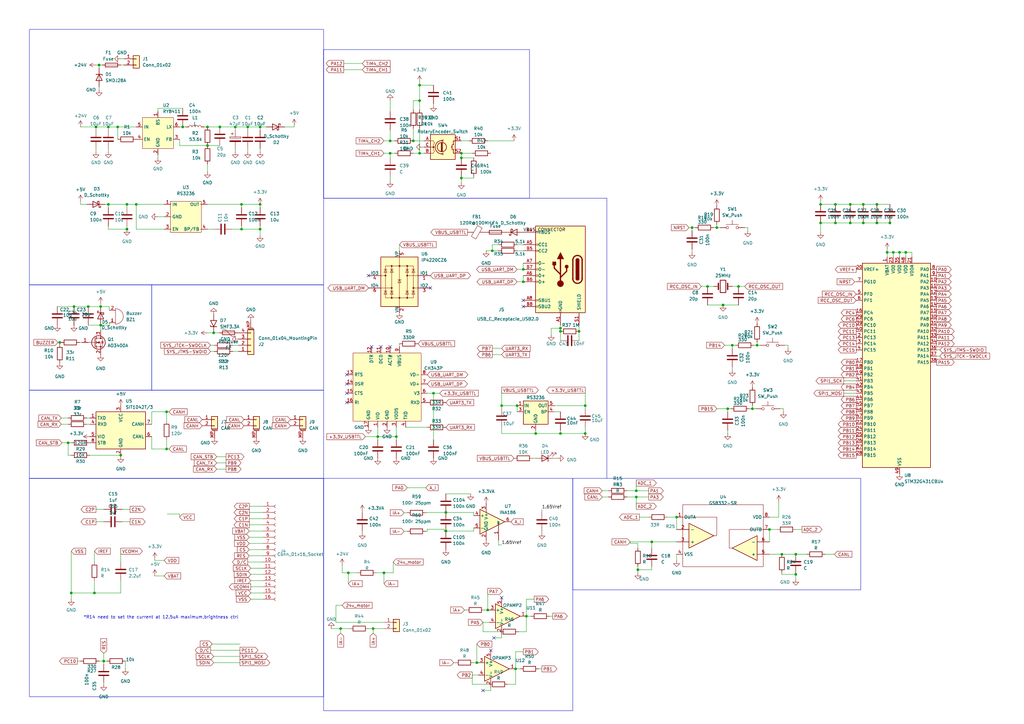
<source format=kicad_sch>
(kicad_sch (version 20230121) (generator eeschema)
  (paper "A3")
  (lib_symbols
    (symbol "0_RM2023:GS8332-SR"
      (property "Reference" "U" (at 0 0 0))
      (property "Value" "GS8332-SR" (at 0 0 0))
      (symbol "GS8332-SR_1_1"
        (pin input line (at -19.05 7.62 0) (length 2.54) (name "OUTA") (number "1"))
        (pin input line (at -19.05 2.54 0) (length 5.14) (name "-") (number "2"))
        (pin input line (at -19.05 -2.54 0) (length 5.14) (name "+") (number "3"))
        (pin input line (at -19.05 -7.62 0) (length 2.54) (name "VSS") (number "4"))
        (pin input line (at 19.05 -7.62 180) (length 5.14) (name "+") (number "5"))
        (pin input line (at 19.05 -2.54 180) (length 5.14) (name "-") (number "6"))
        (pin input line (at 19.05 2.54 180) (length 2.54) (name "OUTB") (number "7"))
        (pin input line (at 19.05 7.62 180) (length 2.54) (name "VDD") (number "8"))
      )
    )
    (symbol "0_RM2023:RS3236"
      (property "Reference" "U" (at 0 -10.16 0))
      (property "Value" "RS3236" (at 0 -7.62 0))
      (symbol "RS3236_1_1"
        (pin power_in line (at -8.89 5.08 0) (length 2.794) (name "IN") (number "1"))
        (pin power_in line (at -8.89 0 0) (length 2.794) (name "GND") (number "2"))
        (pin input line (at -8.89 -5.08 0) (length 2.794) (name "EN") (number "3"))
        (pin power_out line (at 8.89 -5.08 180) (length 2.794) (name "BP/FB") (number "4"))
        (pin power_out line (at 8.89 5.08 180) (length 2.794) (name "OUT") (number "5"))
      )
    )
    (symbol "0_RM2023:ch343p"
      (property "Reference" "U" (at 0 0 0))
      (property "Value" "ch343p" (at 0 0 0))
      (symbol "ch343p_1_1"
        (pin input line (at -3.81 -16.51 90) (length 2.54) (name "VIO") (number "1"))
        (pin input line (at 1.27 16.51 270) (length 2.54) (name "ACT#") (number "10"))
        (pin input line (at -2.54 16.51 270) (length 2.54) (name "DCD") (number "11"))
        (pin input line (at -6.35 16.51 270) (length 2.54) (name "DTR") (number "12"))
        (pin input line (at -16.51 5.08 0) (length 2.54) (name "RTS") (number "13"))
        (pin input line (at -16.51 1.27 0) (length 2.54) (name "DSR") (number "14"))
        (pin input line (at -16.51 -2.54 0) (length 2.54) (name "CTS") (number "15"))
        (pin input line (at -16.51 -6.35 0) (length 2.54) (name "RI") (number "16"))
        (pin input line (at -7.62 -16.51 90) (length 2.54) (name "GND") (number "17"))
        (pin input line (at 0 -16.51 90) (length 2.54) (name "GND") (number "2"))
        (pin input line (at 3.81 -16.51 90) (length 2.54) (name "VDD5") (number "3"))
        (pin input line (at 7.62 -16.51 90) (length 2.54) (name "TXD") (number "4"))
        (pin input line (at 16.51 -6.35 180) (length 2.54) (name "RXD") (number "5"))
        (pin input line (at 16.51 -2.54 180) (length 2.54) (name "V3") (number "6"))
        (pin input line (at 16.51 1.27 180) (length 2.54) (name "VD+") (number "7"))
        (pin input line (at 16.51 5.08 180) (length 2.54) (name "VD-") (number "8"))
        (pin input line (at 5.08 16.51 270) (length 2.54) (name "VBUS") (number "9"))
      )
    )
    (symbol "Amplifier_Current:INA199xxDCK" (pin_names (offset 0.127))
      (property "Reference" "U" (at 3.81 3.81 0))
      (property "Value" "INA199xxDCK" (at 3.81 -2.54 0))
      (symbol "INA199xxDCK_1_1"
        (pin input line (at 2.54 -7.62 90) (length 6.35) (name "REF") (number "1"))
        (pin power_in line (at -2.54 -7.62 90) (length 3.81) (name "GND") (number "2"))
        (pin power_in line (at -2.54 7.62 270) (length 3.81) (name "V+") (number "3"))
        (pin input line (at -7.62 2.54 0) (length 2.54) (name "+") (number "4"))
        (pin input line (at -7.62 -2.54 0) (length 2.54) (name "-") (number "5"))
        (pin output line (at 7.62 0 180) (length 2.54) (name "~") (number "6"))
      )
    )
    (symbol "Amplifier_Operational:AD8603" (pin_names (offset 0.127))
      (property "Reference" "U" (at 0 5.08 0))
      (property "Value" "AD8603" (at 0 -5.08 0))
      (symbol "AD8603_0_1"
        (pin power_in line (at -2.54 -7.62 90) (length 3.81) (name "V-") (number "2"))
        (pin power_in line (at -2.54 7.62 270) (length 3.81) (name "V+") (number "5"))
      )
      (symbol "AD8603_1_1"
        (pin output line (at 7.62 0 180) (length 2.54) (name "~") (number "1"))
        (pin input line (at -7.62 2.54 0) (length 2.54) (name "+") (number "3"))
        (pin input line (at -7.62 -2.54 0) (length 2.54) (name "-") (number "4"))
      )
    )
    (symbol "Connector:Conn_01x16_Socket" (pin_names (offset 1.016) hide)
      (property "Reference" "J" (at 0 20.32 0))
      (property "Value" "Conn_01x16_Socket" (at 0 -22.86 0))
      (symbol "Conn_01x16_Socket_1_1"
        (pin passive line (at -5.08 17.78 0) (length 3.81) (name "Pin_1") (number "1"))
        (pin passive line (at -5.08 -5.08 0) (length 3.81) (name "Pin_10") (number "10"))
        (pin passive line (at -5.08 -7.62 0) (length 3.81) (name "Pin_11") (number "11"))
        (pin passive line (at -5.08 -10.16 0) (length 3.81) (name "Pin_12") (number "12"))
        (pin passive line (at -5.08 -12.7 0) (length 3.81) (name "Pin_13") (number "13"))
        (pin passive line (at -5.08 -15.24 0) (length 3.81) (name "Pin_14") (number "14"))
        (pin passive line (at -5.08 -17.78 0) (length 3.81) (name "Pin_15") (number "15"))
        (pin passive line (at -5.08 -20.32 0) (length 3.81) (name "Pin_16") (number "16"))
        (pin passive line (at -5.08 15.24 0) (length 3.81) (name "Pin_2") (number "2"))
        (pin passive line (at -5.08 12.7 0) (length 3.81) (name "Pin_3") (number "3"))
        (pin passive line (at -5.08 10.16 0) (length 3.81) (name "Pin_4") (number "4"))
        (pin passive line (at -5.08 7.62 0) (length 3.81) (name "Pin_5") (number "5"))
        (pin passive line (at -5.08 5.08 0) (length 3.81) (name "Pin_6") (number "6"))
        (pin passive line (at -5.08 2.54 0) (length 3.81) (name "Pin_7") (number "7"))
        (pin passive line (at -5.08 0 0) (length 3.81) (name "Pin_8") (number "8"))
        (pin passive line (at -5.08 -2.54 0) (length 3.81) (name "Pin_9") (number "9"))
      )
    )
    (symbol "Connector:USB_C_Receptacle_USB2.0" (pin_names (offset 1.016))
      (property "Reference" "J" (at -10.16 19.05 0))
      (property "Value" "USB_C_Receptacle_USB2.0" (at 19.05 19.05 0))
      (symbol "USB_C_Receptacle_USB2.0_1_1"
        (pin passive line (at 0 -22.86 90) (length 5.08) (name "GND") (number "A1"))
        (pin passive line (at 0 -22.86 90) (length 5.08) hide (name "GND") (number "A12"))
        (pin passive line (at 15.24 15.24 180) (length 5.08) (name "VBUS") (number "A4"))
        (pin bidirectional line (at 15.24 10.16 180) (length 5.08) (name "CC1") (number "A5"))
        (pin bidirectional line (at 15.24 -2.54 180) (length 5.08) (name "D+") (number "A6"))
        (pin bidirectional line (at 15.24 2.54 180) (length 5.08) (name "D-") (number "A7"))
        (pin bidirectional line (at 15.24 -12.7 180) (length 5.08) (name "SBU1") (number "A8"))
        (pin passive line (at 15.24 15.24 180) (length 5.08) hide (name "VBUS") (number "A9"))
        (pin passive line (at 0 -22.86 90) (length 5.08) hide (name "GND") (number "B1"))
        (pin passive line (at 0 -22.86 90) (length 5.08) hide (name "GND") (number "B12"))
        (pin passive line (at 15.24 15.24 180) (length 5.08) hide (name "VBUS") (number "B4"))
        (pin bidirectional line (at 15.24 7.62 180) (length 5.08) (name "CC2") (number "B5"))
        (pin bidirectional line (at 15.24 -5.08 180) (length 5.08) (name "D+") (number "B6"))
        (pin bidirectional line (at 15.24 0 180) (length 5.08) (name "D-") (number "B7"))
        (pin bidirectional line (at 15.24 -15.24 180) (length 5.08) (name "SBU2") (number "B8"))
        (pin passive line (at 15.24 15.24 180) (length 5.08) hide (name "VBUS") (number "B9"))
        (pin passive line (at -7.62 -22.86 90) (length 5.08) (name "SHIELD") (number "S1"))
      )
    )
    (symbol "Connector_Generic:Conn_01x02" (pin_names (offset 1.016) hide)
      (property "Reference" "J" (at 0 2.54 0))
      (property "Value" "Conn_01x02" (at 0 -5.08 0))
      (symbol "Conn_01x02_1_1"
        (pin passive line (at -5.08 0 0) (length 3.81) (name "Pin_1") (number "1"))
        (pin passive line (at -5.08 -2.54 0) (length 3.81) (name "Pin_2") (number "2"))
      )
    )
    (symbol "Connector_Generic_MountingPin:Conn_01x02_MountingPin" (pin_names (offset 1.016) hide)
      (property "Reference" "J" (at 0 2.54 0))
      (property "Value" "Conn_01x02_MountingPin" (at 1.27 -5.08 0))
      (symbol "Conn_01x02_MountingPin_1_1"
        (text "Mounting" (at 0 -4.191 0) (effects (font (size 0.381 0.381))))
        (pin passive line (at -5.08 0 0) (length 3.81) (name "Pin_1") (number "1"))
        (pin passive line (at -5.08 -2.54 0) (length 3.81) (name "Pin_2") (number "2"))
        (pin passive line (at 0 -7.62 90) (length 3.048) (name "MountPin") (number "MP"))
      )
    )
    (symbol "Connector_Generic_MountingPin:Conn_01x04_MountingPin" (pin_names (offset 1.016) hide)
      (property "Reference" "J" (at 0 5.08 0))
      (property "Value" "Conn_01x04_MountingPin" (at 1.27 -7.62 0))
      (symbol "Conn_01x04_MountingPin_1_1"
        (text "Mounting" (at 0 -6.731 0) (effects (font (size 0.381 0.381))))
        (pin passive line (at -5.08 2.54 0) (length 3.81) (name "Pin_1") (number "1"))
        (pin passive line (at -5.08 0 0) (length 3.81) (name "Pin_2") (number "2"))
        (pin passive line (at -5.08 -2.54 0) (length 3.81) (name "Pin_3") (number "3"))
        (pin passive line (at -5.08 -5.08 0) (length 3.81) (name "Pin_4") (number "4"))
        (pin passive line (at 0 -10.16 90) (length 3.048) (name "MountPin") (number "MP"))
      )
    )
    (symbol "Device:Buzzer" (pin_names (offset 0.0254) hide)
      (property "Reference" "BZ" (at 3.81 1.27 0))
      (property "Value" "Buzzer" (at 3.81 -1.27 0))
      (symbol "Buzzer_1_1"
        (pin passive line (at -2.54 2.54 0) (length 2.54) (name "-") (number "1"))
        (pin passive line (at -2.54 -2.54 0) (length 2.54) (name "+") (number "2"))
      )
    )
    (symbol "Device:C" (pin_numbers hide) (pin_names (offset 0.254))
      (property "Reference" "C" (at 0.635 2.54 0))
      (property "Value" "C" (at 0.635 -2.54 0))
      (symbol "C_1_1"
        (pin passive line (at 0 3.81 270) (length 2.794) (name "~") (number "1"))
        (pin passive line (at 0 -3.81 90) (length 2.794) (name "~") (number "2"))
      )
    )
    (symbol "Device:C_Polarized" (pin_numbers hide) (pin_names (offset 0.254))
      (property "Reference" "C" (at 0.635 2.54 0))
      (property "Value" "C_Polarized" (at 0.635 -2.54 0))
      (symbol "C_Polarized_1_1"
        (pin passive line (at 0 3.81 270) (length 2.794) (name "~") (number "1"))
        (pin passive line (at 0 -3.81 90) (length 2.794) (name "~") (number "2"))
      )
    )
    (symbol "Device:Crystal" (pin_numbers hide) (pin_names (offset 1.016) hide)
      (property "Reference" "Y" (at 0 3.81 0))
      (property "Value" "Crystal" (at 0 -3.81 0))
      (symbol "Crystal_1_1"
        (pin passive line (at -3.81 0 0) (length 1.27) (name "1") (number "1"))
        (pin passive line (at 3.81 0 180) (length 1.27) (name "2") (number "2"))
      )
    )
    (symbol "Device:D_Schottky" (pin_numbers hide) (pin_names (offset 1.016) hide)
      (property "Reference" "D" (at 0 2.54 0))
      (property "Value" "D_Schottky" (at 0 -2.54 0))
      (symbol "D_Schottky_1_1"
        (pin passive line (at -3.81 0 0) (length 2.54) (name "K") (number "1"))
        (pin passive line (at 3.81 0 180) (length 2.54) (name "A") (number "2"))
      )
    )
    (symbol "Device:FerriteBead" (pin_numbers hide) (pin_names (offset 0))
      (property "Reference" "FB" (at -3.81 0.635 90))
      (property "Value" "FerriteBead" (at 3.81 0 90))
      (symbol "FerriteBead_1_1"
        (pin passive line (at 0 3.81 270) (length 2.54) (name "~") (number "1"))
        (pin passive line (at 0 -3.81 90) (length 2.54) (name "~") (number "2"))
      )
    )
    (symbol "Device:Fuse" (pin_numbers hide) (pin_names (offset 0))
      (property "Reference" "F" (at 2.032 0 90))
      (property "Value" "Fuse" (at -1.905 0 90))
      (symbol "Fuse_1_1"
        (pin passive line (at 0 3.81 270) (length 1.27) (name "~") (number "1"))
        (pin passive line (at 0 -3.81 90) (length 1.27) (name "~") (number "2"))
      )
    )
    (symbol "Device:L" (pin_numbers hide) (pin_names (offset 1.016) hide)
      (property "Reference" "L" (at -1.27 0 90))
      (property "Value" "L" (at 1.905 0 90))
      (symbol "L_1_1"
        (pin passive line (at 0 3.81 270) (length 1.27) (name "1") (number "1"))
        (pin passive line (at 0 -3.81 90) (length 1.27) (name "2") (number "2"))
      )
    )
    (symbol "Device:LED" (pin_numbers hide) (pin_names (offset 1.016) hide)
      (property "Reference" "D" (at 0 2.54 0))
      (property "Value" "LED" (at 0 -2.54 0))
      (symbol "LED_1_1"
        (pin passive line (at -3.81 0 0) (length 2.54) (name "K") (number "1"))
        (pin passive line (at 3.81 0 180) (length 2.54) (name "A") (number "2"))
      )
    )
    (symbol "Device:Polyfuse" (pin_numbers hide) (pin_names (offset 0))
      (property "Reference" "F" (at -2.54 0 90))
      (property "Value" "Polyfuse" (at 2.54 0 90))
      (symbol "Polyfuse_1_1"
        (pin passive line (at 0 3.81 270) (length 1.27) (name "~") (number "1"))
        (pin passive line (at 0 -3.81 90) (length 1.27) (name "~") (number "2"))
      )
    )
    (symbol "Device:R" (pin_numbers hide) (pin_names (offset 0))
      (property "Reference" "R" (at 2.032 0 90))
      (property "Value" "R" (at 0 0 90))
      (symbol "R_1_1"
        (pin passive line (at 0 3.81 270) (length 1.27) (name "~") (number "1"))
        (pin passive line (at 0 -3.81 90) (length 1.27) (name "~") (number "2"))
      )
    )
    (symbol "Device:RotaryEncoder_Switch" (pin_names (offset 0.254) hide)
      (property "Reference" "SW" (at 0 6.604 0))
      (property "Value" "RotaryEncoder_Switch" (at 0 -6.604 0))
      (symbol "RotaryEncoder_Switch_1_1"
        (pin passive line (at -7.62 2.54 0) (length 2.54) (name "A") (number "A"))
        (pin passive line (at -7.62 -2.54 0) (length 2.54) (name "B") (number "B"))
        (pin passive line (at -7.62 0 0) (length 2.54) (name "C") (number "C"))
        (pin passive line (at 7.62 2.54 180) (length 2.54) (name "S1") (number "S1"))
        (pin passive line (at 7.62 -2.54 180) (length 2.54) (name "S2") (number "S2"))
      )
    )
    (symbol "Diode:SMF5V0A" (pin_numbers hide) (pin_names (offset 1.016) hide)
      (property "Reference" "D" (at 0 2.54 0))
      (property "Value" "SMF5V0A" (at 0 -2.54 0))
      (symbol "SMF5V0A_1_1"
        (pin passive line (at -3.81 0 0) (length 2.54) (name "A1") (number "1"))
        (pin passive line (at 3.81 0 180) (length 2.54) (name "A2") (number "2"))
      )
    )
    (symbol "Diode:Z3SMCxxx" (pin_numbers hide) (pin_names hide)
      (property "Reference" "D" (at 0 2.54 0))
      (property "Value" "Z3SMCxxx" (at 0 -2.54 0))
      (symbol "Z3SMCxxx_1_1"
        (pin passive line (at -3.81 0 0) (length 2.54) (name "K") (number "1"))
        (pin passive line (at 3.81 0 180) (length 2.54) (name "A") (number "2"))
      )
    )
    (symbol "Interface_CAN_LIN:TJA1042T-3"
      (property "Reference" "U" (at -10.16 8.89 0))
      (property "Value" "TJA1042T-3" (at 1.27 8.89 0))
      (symbol "TJA1042T-3_1_1"
        (pin input line (at -12.7 5.08 0) (length 2.54) (name "TXD") (number "1"))
        (pin power_in line (at 0 -10.16 90) (length 2.54) (name "GND") (number "2"))
        (pin power_in line (at 0 10.16 270) (length 2.54) (name "VCC") (number "3"))
        (pin output line (at -12.7 2.54 0) (length 2.54) (name "RXD") (number "4"))
        (pin power_in line (at -12.7 -2.54 0) (length 2.54) (name "VIO") (number "5"))
        (pin bidirectional line (at 12.7 -2.54 180) (length 2.54) (name "CANL") (number "6"))
        (pin bidirectional line (at 12.7 2.54 180) (length 2.54) (name "CANH") (number "7"))
        (pin input line (at -12.7 -5.08 0) (length 2.54) (name "STB") (number "8"))
      )
    )
    (symbol "MCU_ST_STM32G4:STM32G431CBUx"
      (property "Reference" "U" (at -12.7 44.45 0))
      (property "Value" "STM32G431CBUx" (at 10.16 44.45 0))
      (symbol "STM32G431CBUx_1_1"
        (pin power_in line (at -2.54 45.72 270) (length 2.54) (name "VBAT") (number "1"))
        (pin bidirectional line (at 17.78 35.56 180) (length 2.54) (name "PA2") (number "10"))
        (pin bidirectional line (at 17.78 33.02 180) (length 2.54) (name "PA3") (number "11"))
        (pin bidirectional line (at 17.78 30.48 180) (length 2.54) (name "PA4") (number "12"))
        (pin bidirectional line (at 17.78 27.94 180) (length 2.54) (name "PA5") (number "13"))
        (pin bidirectional line (at 17.78 25.4 180) (length 2.54) (name "PA6") (number "14"))
        (pin bidirectional line (at 17.78 22.86 180) (length 2.54) (name "PA7") (number "15"))
        (pin bidirectional line (at -15.24 22.86 0) (length 2.54) (name "PC4") (number "16"))
        (pin bidirectional line (at -15.24 2.54 0) (length 2.54) (name "PB0") (number "17"))
        (pin bidirectional line (at -15.24 0 0) (length 2.54) (name "PB1") (number "18"))
        (pin bidirectional line (at -15.24 -2.54 0) (length 2.54) (name "PB2") (number "19"))
        (pin bidirectional line (at -15.24 12.7 0) (length 2.54) (name "PC13") (number "2"))
        (pin input line (at -15.24 40.64 0) (length 2.54) (name "VREF+") (number "20"))
        (pin power_in line (at 7.62 45.72 270) (length 2.54) (name "VDDA") (number "21"))
        (pin bidirectional line (at -15.24 -22.86 0) (length 2.54) (name "PB10") (number "22"))
        (pin power_in line (at 0 45.72 270) (length 2.54) (name "VDD") (number "23"))
        (pin bidirectional line (at -15.24 -25.4 0) (length 2.54) (name "PB11") (number "24"))
        (pin bidirectional line (at -15.24 -27.94 0) (length 2.54) (name "PB12") (number "25"))
        (pin bidirectional line (at -15.24 -30.48 0) (length 2.54) (name "PB13") (number "26"))
        (pin bidirectional line (at -15.24 -33.02 0) (length 2.54) (name "PB14") (number "27"))
        (pin bidirectional line (at -15.24 -35.56 0) (length 2.54) (name "PB15") (number "28"))
        (pin bidirectional line (at -15.24 20.32 0) (length 2.54) (name "PC6") (number "29"))
        (pin bidirectional line (at -15.24 10.16 0) (length 2.54) (name "PC14") (number "3"))
        (pin bidirectional line (at 17.78 20.32 180) (length 2.54) (name "PA8") (number "30"))
        (pin bidirectional line (at 17.78 17.78 180) (length 2.54) (name "PA9") (number "31"))
        (pin bidirectional line (at 17.78 15.24 180) (length 2.54) (name "PA10") (number "32"))
        (pin bidirectional line (at 17.78 12.7 180) (length 2.54) (name "PA11") (number "33"))
        (pin bidirectional line (at 17.78 10.16 180) (length 2.54) (name "PA12") (number "34"))
        (pin power_in line (at 2.54 45.72 270) (length 2.54) (name "VDD") (number "35"))
        (pin bidirectional line (at 17.78 7.62 180) (length 2.54) (name "PA13") (number "36"))
        (pin bidirectional line (at 17.78 5.08 180) (length 2.54) (name "PA14") (number "37"))
        (pin bidirectional line (at 17.78 2.54 180) (length 2.54) (name "PA15") (number "38"))
        (pin bidirectional line (at -15.24 17.78 0) (length 2.54) (name "PC10") (number "39"))
        (pin bidirectional line (at -15.24 7.62 0) (length 2.54) (name "PC15") (number "4"))
        (pin bidirectional line (at -15.24 15.24 0) (length 2.54) (name "PC11") (number "40"))
        (pin bidirectional line (at -15.24 -5.08 0) (length 2.54) (name "PB3") (number "41"))
        (pin bidirectional line (at -15.24 -7.62 0) (length 2.54) (name "PB4") (number "42"))
        (pin bidirectional line (at -15.24 -10.16 0) (length 2.54) (name "PB5") (number "43"))
        (pin bidirectional line (at -15.24 -12.7 0) (length 2.54) (name "PB6") (number "44"))
        (pin bidirectional line (at -15.24 -15.24 0) (length 2.54) (name "PB7") (number "45"))
        (pin bidirectional line (at -15.24 -17.78 0) (length 2.54) (name "PB8") (number "46"))
        (pin bidirectional line (at -15.24 -20.32 0) (length 2.54) (name "PB9") (number "47"))
        (pin power_in line (at 5.08 45.72 270) (length 2.54) (name "VDD") (number "48"))
        (pin power_in line (at 2.54 -43.18 90) (length 2.54) (name "VSS") (number "49"))
        (pin bidirectional line (at -15.24 30.48 0) (length 2.54) (name "PF0") (number "5"))
        (pin bidirectional line (at -15.24 27.94 0) (length 2.54) (name "PF1") (number "6"))
        (pin bidirectional line (at -15.24 35.56 0) (length 2.54) (name "PG10") (number "7"))
        (pin bidirectional line (at 17.78 40.64 180) (length 2.54) (name "PA0") (number "8"))
        (pin bidirectional line (at 17.78 38.1 180) (length 2.54) (name "PA1") (number "9"))
      )
    )
    (symbol "Power_Protection:CDSOT236-0504C" (pin_names (offset 0))
      (property "Reference" "U" (at -5.08 11.43 0))
      (property "Value" "CDSOT236-0504C" (at 2.54 11.43 0))
      (symbol "CDSOT236-0504C_1_1"
        (pin passive line (at -12.7 2.54 0) (length 5.08) (name "IO1") (number "1"))
        (pin passive line (at 0 -12.7 90) (length 2.54) (name "VN") (number "2"))
        (pin passive line (at -12.7 -2.54 0) (length 5.08) (name "IO2") (number "3"))
        (pin passive line (at 12.7 2.54 180) (length 5.08) (name "IO3") (number "4"))
        (pin passive line (at 0 12.7 270) (length 2.54) (name "VP") (number "5"))
        (pin passive line (at 12.7 -2.54 180) (length 5.08) (name "IO4") (number "6"))
      )
    )
    (symbol "Regulator_Linear:LDK130-12_SOT23_SOT353" (pin_names (offset 0.254))
      (property "Reference" "U" (at -3.81 5.715 0))
      (property "Value" "LDK130-12_SOT23_SOT353" (at 0 5.715 0))
      (symbol "LDK130-12_SOT23_SOT353_1_1"
        (pin power_in line (at -7.62 2.54 0) (length 2.54) (name "IN") (number "1"))
        (pin power_in line (at 0 -7.62 90) (length 2.54) (name "GND") (number "2"))
        (pin input line (at -7.62 0 0) (length 2.54) (name "EN") (number "3"))
        (pin passive line (at 7.62 0 180) (length 2.54) (name "BP") (number "4"))
        (pin power_out line (at 7.62 2.54 180) (length 2.54) (name "OUT") (number "5"))
      )
    )
    (symbol "SY8301_2"
      (property "Reference" "U" (at 0 0 0))
      (property "Value" "SY8301" (at 0 0 0))
      (symbol "SY8301_2_1_1"
        (pin input line (at 0 8.89 270) (length 2.54) (name "BS") (number "1"))
        (pin input line (at 0 -8.89 90) (length 2.54) (name "GND") (number "2"))
        (pin input line (at 8.89 -2.54 180) (length 2.54) (name "FB") (number "3"))
        (pin input line (at -8.89 -2.54 0) (length 2.54) (name "EN") (number "4"))
        (pin input line (at -8.89 2.54 0) (length 2.54) (name "IN") (number "5"))
        (pin input line (at 8.89 2.54 180) (length 2.54) (name "LX") (number "6"))
      )
    )
    (symbol "Switch:SW_Push" (pin_numbers hide) (pin_names (offset 1.016) hide)
      (property "Reference" "SW" (at 1.27 2.54 0))
      (property "Value" "SW_Push" (at 0 -1.524 0))
      (symbol "SW_Push_0_1"
        (pin passive line (at -5.08 0 0) (length 2.54) (name "1") (number "1"))
        (pin passive line (at 5.08 0 180) (length 2.54) (name "2") (number "2"))
      )
    )
    (symbol "Transistor_FET:AO3400A" (pin_names hide)
      (property "Reference" "Q" (at 5.08 1.905 0))
      (property "Value" "AO3400A" (at 5.08 0 0))
      (symbol "AO3400A_1_1"
        (pin input line (at -5.08 0 0) (length 2.54) (name "G") (number "1"))
        (pin passive line (at 2.54 -5.08 90) (length 2.54) (name "S") (number "2"))
        (pin passive line (at 2.54 5.08 270) (length 2.54) (name "D") (number "3"))
      )
    )
    (symbol "power:+24V" (power) (pin_names (offset 0))
      (property "Value" "+24V" (at 0 3.556 0))
      (symbol "+24V_1_1"
        (pin power_in line (at 0 0 90) (length 0) hide (name "+24V") (number "1"))
      )
    )
    (symbol "power:+3.3V" (power) (pin_names (offset 0))
      (property "Value" "+3.3V" (at 0 3.556 0))
      (symbol "+3.3V_1_1"
        (pin power_in line (at 0 0 90) (length 0) hide (name "+3.3V") (number "1"))
      )
    )
    (symbol "power:+3.3VA" (power) (pin_names (offset 0))
      (property "Value" "+3.3VA" (at 0 3.556 0))
      (symbol "+3.3VA_1_1"
        (pin power_in line (at 0 0 90) (length 0) hide (name "+3.3VA") (number "1"))
      )
    )
    (symbol "power:+5V" (power) (pin_names (offset 0))
      (property "Value" "+5V" (at 0 3.556 0))
      (symbol "+5V_1_1"
        (pin power_in line (at 0 0 90) (length 0) hide (name "+5V") (number "1"))
      )
    )
    (symbol "power:GND" (power) (pin_names (offset 0))
      (property "Value" "GND" (at 0 -3.81 0))
      (symbol "GND_1_1"
        (pin power_in line (at 0 0 270) (length 0) hide (name "GND") (number "1"))
      )
    )
  )
  (junction (at 189.23 62.865))
  (junction (at 326.39 235.585))
  (junction (at 300.355 141.605))
  (junction (at 296.545 125.095))
  (junction (at 348.742 91.44))
  (junction (at 160.02 57.785))
  (junction (at 229.87 177.8))
  (junction (at 205.74 166.37))
  (junction (at 106.68 83.82))
  (junction (at 139.7 257.81))
  (junction (at 85.09 52.07))
  (junction (at 348.742 83.82))
  (junction (at 40.64 26.67))
  (junction (at 195.58 271.78))
  (junction (at 41.275 133.35))
  (junction (at 87.63 136.525))
  (junction (at 294.005 93.345))
  (junction (at 219.71 177.8))
  (junction (at 101.6 52.07))
  (junction (at 162.56 179.07))
  (junction (at 260.985 203.835))
  (junction (at 308.61 167.64))
  (junction (at 200.025 250.19))
  (junction (at 36.195 125.73))
  (junction (at 99.06 93.98))
  (junction (at 277.495 212.09))
  (junction (at 68.326 184.15))
  (junction (at 261.62 233.68))
  (junction (at 52.07 83.82))
  (junction (at 24.511 140.462))
  (junction (at 336.55 91.44))
  (junction (at 96.52 52.07))
  (junction (at 30.353 125.73))
  (junction (at 229.87 134.62))
  (junction (at 310.515 141.605))
  (junction (at 27.94 181.61))
  (junction (at 368.935 103.505))
  (junction (at 52.07 93.98))
  (junction (at 55.88 83.82))
  (junction (at 215.9 252.73))
  (junction (at 49.53 186.69))
  (junction (at 201.93 102.87))
  (junction (at 74.93 52.07))
  (junction (at 290.195 117.475))
  (junction (at 315.595 217.17))
  (junction (at 44.45 52.07))
  (junction (at 189.23 73.025))
  (junction (at 267.335 222.25))
  (junction (at 106.68 93.98))
  (junction (at 240.03 177.8))
  (junction (at 260.985 201.295))
  (junction (at 48.26 52.07))
  (junction (at 189.23 64.77))
  (junction (at 359.664 83.82))
  (junction (at 229.87 135.89))
  (junction (at 177.8 161.29))
  (junction (at 342.646 83.82))
  (junction (at 354.076 91.44))
  (junction (at 211.455 274.32))
  (junction (at 342.646 91.44))
  (junction (at 85.09 59.69))
  (junction (at 172.085 41.275))
  (junction (at 371.475 103.505))
  (junction (at 302.895 117.475))
  (junction (at 363.855 103.505))
  (junction (at 359.664 91.44))
  (junction (at 366.395 103.505))
  (junction (at 106.68 52.07))
  (junction (at 160.02 62.865))
  (junction (at 172.085 34.925))
  (junction (at 364.998 91.44))
  (junction (at 44.45 83.82))
  (junction (at 142.875 234.95))
  (junction (at 182.88 217.805))
  (junction (at 354.076 83.82))
  (junction (at 39.37 52.07))
  (junction (at 298.45 167.64))
  (junction (at 172.085 62.865))
  (junction (at 42.545 271.145))
  (junction (at 212.09 166.37))
  (junction (at 29.21 243.205))
  (junction (at 336.55 83.82))
  (junction (at 68.326 168.91))
  (junction (at 283.845 93.345))
  (junction (at 154.94 179.07))
  (junction (at 38.735 243.205))
  (junction (at 237.49 135.89))
  (junction (at 214.63 110.49))
  (junction (at 214.63 115.57))
  (junction (at 169.545 57.785))
  (junction (at 41.275 125.73))
  (junction (at 157.48 234.95))
  (junction (at 326.39 227.33))
  (junction (at 240.03 166.37))
  (junction (at 153.035 257.81))
  (junction (at 90.17 52.07))
  (junction (at 320.675 227.33))
  (junction (at 99.06 83.82))
  (junction (at 182.88 210.185))
  (no_connect (at 142.24 161.29))
  (no_connect (at 201.295 266.7))
  (no_connect (at 142.24 165.1))
  (no_connect (at 142.24 157.48))
  (no_connect (at 151.13 113.03))
  (no_connect (at 152.4 142.24))
  (no_connect (at 205.74 245.11))
  (no_connect (at 160.02 142.24))
  (no_connect (at 142.24 153.67))
  (no_connect (at 214.63 125.73))
  (no_connect (at 214.63 123.19))
  (no_connect (at 176.53 118.11))
  (no_connect (at 198.12 283.21))
  (no_connect (at 156.21 142.24))
  (no_connect (at 202.565 261.62))
  (wire (pts (xy 120.65 51.435) (xy 120.65 52.07)))
  (wire (pts (xy 307.34 167.64) (xy 308.61 167.64)))
  (wire (pts (xy 73.66 210.82) (xy 73.66 212.09)))
  (wire (pts (xy 320.675 227.33) (xy 326.39 227.33)))
  (wire (pts (xy 267.335 233.68) (xy 261.62 233.68)))
  (wire (pts (xy 62.23 173.99) (xy 62.23 168.91)))
  (wire (pts (xy 38.735 238.125) (xy 38.735 243.205)))
  (wire (pts (xy 160.02 53.34) (xy 160.02 57.785)))
  (wire (pts (xy 283.845 93.345) (xy 285.115 93.345)))
  (wire (pts (xy 212.09 166.37) (xy 212.09 168.91)))
  (wire (pts (xy 153.035 257.81) (xy 157.48 257.81)))
  (wire (pts (xy 102.87 235.585) (xy 107.95 235.585)))
  (wire (pts (xy 204.47 223.52) (xy 204.47 221.615)))
  (wire (pts (xy 154.94 175.26) (xy 154.94 179.07)))
  (wire (pts (xy 182.88 217.805) (xy 194.31 217.805)))
  (wire (pts (xy 73.66 59.69) (xy 85.09 59.69)))
  (wire (pts (xy 229.87 133.35) (xy 229.87 134.62)))
  (wire (pts (xy 194.31 64.77) (xy 189.23 64.77)))
  (wire (pts (xy 205.74 142.875) (xy 201.93 142.875)))
  (wire (pts (xy 140.335 234.95) (xy 140.335 231.775)))
  (wire (pts (xy 62.23 168.91) (xy 68.326 168.91)))
  (wire (pts (xy 348.742 91.44) (xy 354.076 91.44)))
  (wire (pts (xy 146.685 234.95) (xy 142.875 234.95)))
  (wire (pts (xy 95.25 93.98) (xy 99.06 93.98)))
  (wire (pts (xy 201.93 102.87) (xy 204.47 102.87)))
  (wire (pts (xy 354.076 83.82) (xy 359.664 83.82)))
  (wire (pts (xy 35.56 171.45) (xy 36.83 171.45)))
  (wire (pts (xy 90.17 52.07) (xy 96.52 52.07)))
  (wire (pts (xy 300.355 141.605) (xy 301.625 141.605)))
  (wire (pts (xy 163.83 140.97) (xy 163.83 142.24)))
  (wire (pts (xy 101.6 230.505) (xy 107.95 230.505)))
  (wire (pts (xy 39.37 62.23) (xy 39.37 60.96)))
  (wire (pts (xy 326.39 235.585) (xy 326.39 237.49)))
  (wire (pts (xy 212.09 115.57) (xy 214.63 115.57)))
  (wire (pts (xy 300.355 141.605) (xy 300.355 142.875)))
  (wire (pts (xy 23.749 140.462) (xy 24.511 140.462)))
  (wire (pts (xy 98.425 269.24) (xy 87.63 269.24)))
  (wire (pts (xy 48.26 52.07) (xy 55.88 52.07)))
  (wire (pts (xy 137.795 255.27) (xy 157.48 255.27)))
  (wire (pts (xy 195.58 271.78) (xy 196.215 271.78)))
  (wire (pts (xy 258.445 222.885) (xy 261.62 222.885)))
  (wire (pts (xy 99.06 83.82) (xy 99.06 85.09)))
  (wire (pts (xy 68.326 184.15) (xy 69.342 184.15)))
  (wire (pts (xy 363.855 102.235) (xy 363.855 103.505)))
  (wire (pts (xy 27.94 181.61) (xy 27.94 186.69)))
  (wire (pts (xy 157.48 234.95) (xy 161.29 234.95)))
  (wire (pts (xy 273.685 212.09) (xy 277.495 212.09)))
  (wire (pts (xy 63.5 229.87) (xy 63.5 229.235)))
  (wire (pts (xy 142.875 239.395) (xy 142.875 234.95)))
  (wire (pts (xy 212.725 259.08) (xy 215.9 259.08)))
  (wire (pts (xy 39.37 213.995) (xy 42.545 213.995)))
  (wire (pts (xy 212.09 110.49) (xy 214.63 110.49)))
  (wire (pts (xy 258.445 222.25) (xy 267.335 222.25)))
  (wire (pts (xy 225.425 252.73) (xy 226.695 252.73)))
  (wire (pts (xy 44.831 125.73) (xy 44.831 127.254)))
  (wire (pts (xy 140.335 248.285) (xy 137.795 248.285)))
  (wire (pts (xy 25.146 173.99) (xy 27.94 173.99)))
  (wire (pts (xy 102.87 238.125) (xy 107.95 238.125)))
  (wire (pts (xy 44.831 133.35) (xy 44.831 132.334)))
  (wire (pts (xy 296.545 125.095) (xy 302.895 125.095)))
  (wire (pts (xy 217.805 252.73) (xy 215.9 252.73)))
  (wire (pts (xy 74.93 52.07) (xy 73.66 52.07)))
  (wire (pts (xy 222.25 218.567) (xy 222.25 217.805)))
  (wire (pts (xy 73.66 57.15) (xy 73.66 59.69)))
  (wire (pts (xy 49.53 24.13) (xy 50.8 24.13)))
  (wire (pts (xy 102.235 215.265) (xy 107.95 215.265)))
  (wire (pts (xy 336.55 82.55) (xy 336.55 83.82)))
  (wire (pts (xy 139.7 259.715) (xy 139.7 257.81)))
  (wire (pts (xy 294.005 93.345) (xy 295.275 93.345)))
  (wire (pts (xy 64.77 44.45) (xy 64.77 45.72)))
  (wire (pts (xy 142.875 234.95) (xy 140.335 234.95)))
  (wire (pts (xy 200.025 250.19) (xy 200.66 250.19)))
  (wire (pts (xy 237.49 133.35) (xy 237.49 135.89)))
  (wire (pts (xy 201.295 283.21) (xy 201.295 281.94)))
  (wire (pts (xy 44.45 83.82) (xy 52.07 83.82)))
  (wire (pts (xy 41.275 125.73) (xy 44.831 125.73)))
  (wire (pts (xy 154.94 179.07) (xy 154.94 180.34)))
  (wire (pts (xy 205.74 166.37) (xy 205.74 167.64)))
  (wire (pts (xy 215.9 259.08) (xy 215.9 252.73)))
  (wire (pts (xy 106.68 62.23) (xy 106.68 60.96)))
  (wire (pts (xy 205.74 166.37) (xy 212.09 166.37)))
  (wire (pts (xy 74.93 52.07) (xy 76.2 52.07)))
  (wire (pts (xy 97.536 136.525) (xy 97.79 136.525)))
  (wire (pts (xy 172.085 33.655) (xy 172.085 34.925)))
  (wire (pts (xy 106.68 83.82) (xy 106.68 85.09)))
  (wire (pts (xy 189.23 64.77) (xy 189.23 62.865)))
  (wire (pts (xy 198.12 255.27) (xy 200.66 255.27)))
  (wire (pts (xy 30.353 125.73) (xy 36.195 125.73)))
  (wire (pts (xy 297.18 141.605) (xy 300.355 141.605)))
  (wire (pts (xy 169.545 62.865) (xy 172.085 62.865)))
  (wire (pts (xy 36.195 125.73) (xy 41.275 125.73)))
  (wire (pts (xy 363.855 103.505) (xy 363.855 105.41)))
  (wire (pts (xy 319.405 212.09) (xy 315.595 212.09)))
  (wire (pts (xy 160.02 62.865) (xy 157.48 62.865)))
  (wire (pts (xy 336.55 95.25) (xy 336.55 91.44)))
  (wire (pts (xy 95.504 141.605) (xy 97.79 141.605)))
  (wire (pts (xy 99.06 93.98) (xy 106.68 93.98)))
  (wire (pts (xy 102.235 227.965) (xy 107.95 227.965)))
  (wire (pts (xy 174.625 217.932) (xy 175.26 217.932)))
  (wire (pts (xy 83.82 52.07) (xy 85.09 52.07)))
  (wire (pts (xy 63.5 236.22) (xy 67.31 236.22)))
  (wire (pts (xy 67.31 229.87) (xy 63.5 229.87)))
  (wire (pts (xy 385.445 146.05) (xy 384.175 146.05)))
  (wire (pts (xy 277.495 212.09) (xy 277.495 217.17)))
  (wire (pts (xy 52.07 93.98) (xy 52.07 92.71)))
  (wire (pts (xy 39.37 26.67) (xy 40.64 26.67)))
  (wire (pts (xy 87.63 136.525) (xy 89.916 136.525)))
  (wire (pts (xy 267.335 232.41) (xy 267.335 233.68)))
  (wire (pts (xy 64.77 64.77) (xy 64.77 63.5)))
  (wire (pts (xy 366.395 103.505) (xy 368.935 103.505)))
  (wire (pts (xy 267.335 224.79) (xy 267.335 222.25)))
  (wire (pts (xy 102.235 217.805) (xy 107.95 217.805)))
  (wire (pts (xy 40.64 27.94) (xy 40.64 26.67)))
  (wire (pts (xy 298.45 177.8) (xy 298.45 176.53)))
  (wire (pts (xy 172.085 41.275) (xy 172.085 45.085)))
  (wire (pts (xy 202.565 261.62) (xy 205.74 261.62)))
  (wire (pts (xy 257.175 201.295) (xy 260.985 201.295)))
  (wire (pts (xy 321.31 168.91) (xy 321.31 167.64)))
  (wire (pts (xy 371.475 103.505) (xy 374.015 103.505)))
  (wire (pts (xy 205.74 177.8) (xy 219.71 177.8)))
  (wire (pts (xy 186.69 271.78) (xy 186.055 271.78)))
  (wire (pts (xy 319.405 205.74) (xy 319.405 212.09)))
  (wire (pts (xy 385.445 143.51) (xy 384.175 143.51)))
  (wire (pts (xy 174.625 200.025) (xy 167.005 200.025)))
  (wire (pts (xy 62.23 184.15) (xy 68.326 184.15)))
  (wire (pts (xy 98.425 266.7) (xy 86.36 266.7)))
  (wire (pts (xy 200.66 280.67) (xy 193.675 280.67)))
  (wire (pts (xy 323.215 142.875) (xy 323.215 141.605)))
  (wire (pts (xy 98.425 264.16) (xy 86.995 264.16)))
  (wire (pts (xy 300.355 151.765) (xy 300.355 150.495)))
  (wire (pts (xy 240.03 166.37) (xy 240.03 167.64)))
  (wire (pts (xy 192.405 57.785) (xy 189.23 57.785)))
  (wire (pts (xy 219.71 177.8) (xy 229.87 177.8)))
  (wire (pts (xy 205.74 261.62) (xy 205.74 260.35)))
  (wire (pts (xy 205.74 145.415) (xy 201.93 145.415)))
  (wire (pts (xy 306.705 93.345) (xy 305.435 93.345)))
  (wire (pts (xy 240.03 160.02) (xy 240.03 166.37)))
  (wire (pts (xy 102.235 225.425) (xy 107.95 225.425)))
  (wire (pts (xy 205.105 259.08) (xy 198.12 259.08)))
  (wire (pts (xy 153.035 259.715) (xy 153.035 257.81)))
  (wire (pts (xy 229.87 134.62) (xy 229.87 135.89)))
  (wire (pts (xy 359.664 83.82) (xy 364.998 83.82)))
  (wire (pts (xy 39.37 208.915) (xy 42.545 208.915)))
  (wire (pts (xy 172.085 52.705) (xy 172.085 62.865)))
  (wire (pts (xy 35.56 173.99) (xy 36.83 173.99)))
  (wire (pts (xy 189.23 73.025) (xy 194.31 73.025)))
  (wire (pts (xy 23.495 125.73) (xy 30.353 125.73)))
  (wire (pts (xy 154.94 179.07) (xy 149.86 179.07)))
  (polyline (pts (xy 248.92 196.215) (xy 248.92 81.28)))
  (wire (pts (xy 212.09 102.87) (xy 214.63 102.87)))
  (wire (pts (xy 44.45 93.98) (xy 52.07 93.98)))
  (wire (pts (xy 102.235 207.645) (xy 107.95 207.645)))
  (wire (pts (xy 106.68 92.71) (xy 106.68 93.98)))
  (wire (pts (xy 86.36 141.605) (xy 87.884 141.605)))
  (wire (pts (xy 195.58 264.16) (xy 195.58 271.78)))
  (wire (pts (xy 260.985 198.12) (xy 260.985 201.295)))
  (wire (pts (xy 218.44 187.96) (xy 219.71 187.96)))
  (wire (pts (xy 88.9 189.865) (xy 92.71 189.865)))
  (polyline (pts (xy 132.715 81.28) (xy 248.92 81.28)))
  (wire (pts (xy 368.935 103.505) (xy 368.935 105.41)))
  (wire (pts (xy 27.94 181.61) (xy 29.21 181.61)))
  (wire (pts (xy 99.06 92.71) (xy 99.06 93.98)))
  (wire (pts (xy 199.39 102.87) (xy 201.93 102.87)))
  (wire (pts (xy 320.675 234.95) (xy 320.675 235.585)))
  (wire (pts (xy 219.075 245.745) (xy 215.9 245.745)))
  (wire (pts (xy 148.59 210.185) (xy 148.59 209.677)))
  (wire (pts (xy 308.61 167.64) (xy 309.88 167.64)))
  (wire (pts (xy 102.87 240.665) (xy 107.95 240.665)))
  (wire (pts (xy 368.935 103.505) (xy 371.475 103.505)))
  (wire (pts (xy 55.88 83.82) (xy 55.88 93.98)))
  (wire (pts (xy 237.49 135.89) (xy 237.49 139.7)))
  (wire (pts (xy 194.31 73.025) (xy 194.31 72.39)))
  (wire (pts (xy 175.26 217.932) (xy 175.26 217.043)))
  (wire (pts (xy 195.58 271.78) (xy 194.31 271.78)))
  (wire (pts (xy 210.82 57.785) (xy 200.025 57.785)))
  (wire (pts (xy 310.515 140.335) (xy 310.515 141.605)))
  (wire (pts (xy 44.45 53.34) (xy 44.45 52.07)))
  (wire (pts (xy 298.45 167.64) (xy 299.72 167.64)))
  (wire (pts (xy 85.09 67.31) (xy 85.09 70.485)))
  (wire (pts (xy 96.52 52.07) (xy 101.6 52.07)))
  (wire (pts (xy 52.07 83.82) (xy 55.88 83.82)))
  (wire (pts (xy 374.015 103.505) (xy 374.015 105.41)))
  (wire (pts (xy 99.06 83.82) (xy 106.68 83.82)))
  (wire (pts (xy 193.675 276.86) (xy 196.215 276.86)))
  (wire (pts (xy 39.37 52.07) (xy 44.45 52.07)))
  (wire (pts (xy 44.45 52.07) (xy 48.26 52.07)))
  (wire (pts (xy 68.326 168.91) (xy 69.342 168.91)))
  (wire (pts (xy 226.06 134.62) (xy 226.06 137.16)))
  (wire (pts (xy 74.93 44.45) (xy 64.77 44.45)))
  (wire (pts (xy 101.6 53.34) (xy 101.6 52.07)))
  (wire (pts (xy 41.275 135.382) (xy 41.275 133.35)))
  (wire (pts (xy 106.68 53.34) (xy 106.68 52.07)))
  (wire (pts (xy 204.47 100.33) (xy 201.93 100.33)))
  (wire (pts (xy 169.545 41.275) (xy 172.085 41.275)))
  (wire (pts (xy 106.68 93.98) (xy 106.68 96.52)))
  (wire (pts (xy 290.195 125.095) (xy 296.545 125.095)))
  (wire (pts (xy 62.23 179.07) (xy 62.23 184.15)))
  (wire (pts (xy 92.71 187.325) (xy 88.9 187.325)))
  (wire (pts (xy 148.59 26.035) (xy 140.97 26.035)))
  (wire (pts (xy 371.475 103.505) (xy 371.475 105.41)))
  (wire (pts (xy 42.545 271.145) (xy 43.815 271.145)))
  (wire (pts (xy 200.025 250.19) (xy 198.755 250.19)))
  (wire (pts (xy 68.326 168.91) (xy 68.326 172.72)))
  (wire (pts (xy 172.085 34.925) (xy 177.8 34.925)))
  (wire (pts (xy 229.87 176.53) (xy 229.87 177.8)))
  (wire (pts (xy 33.02 83.82) (xy 35.56 83.82)))
  (wire (pts (xy 151.13 257.81) (xy 153.035 257.81)))
  (wire (pts (xy 257.175 203.835) (xy 260.985 203.835)))
  (wire (pts (xy 194.31 217.805) (xy 194.31 216.535)))
  (wire (pts (xy 326.39 234.95) (xy 326.39 235.585)))
  (wire (pts (xy 364.998 91.44) (xy 365.125 91.44)))
  (wire (pts (xy 240.03 175.26) (xy 240.03 177.8)))
  (wire (pts (xy 227.33 166.37) (xy 240.03 166.37)))
  (wire (pts (xy 102.87 233.045) (xy 107.95 233.045)))
  (wire (pts (xy 310.515 141.605) (xy 311.785 141.605)))
  (wire (pts (xy 174.625 210.312) (xy 175.26 210.312)))
  (wire (pts (xy 261.62 234.95) (xy 261.62 233.68)))
  (wire (pts (xy 40.64 271.145) (xy 42.545 271.145)))
  (wire (pts (xy 363.855 103.505) (xy 366.395 103.505)))
  (wire (pts (xy 309.245 141.605) (xy 310.515 141.605)))
  (wire (pts (xy 229.87 177.8) (xy 240.03 177.8)))
  (wire (pts (xy 38.735 243.205) (xy 49.53 243.205)))
  (wire (pts (xy 148.59 218.567) (xy 148.59 217.805)))
  (wire (pts (xy 102.235 210.185) (xy 107.95 210.185)))
  (wire (pts (xy 302.895 117.475) (xy 305.435 117.475)))
  (wire (pts (xy 205.74 166.37) (xy 205.74 160.02)))
  (wire (pts (xy 326.39 217.17) (xy 328.93 217.17)))
  (wire (pts (xy 161.29 230.505) (xy 161.29 234.95)))
  (wire (pts (xy 95.504 144.145) (xy 97.79 144.145)))
  (wire (pts (xy 120.65 52.07) (xy 116.84 52.07)))
  (wire (pts (xy 86.36 144.145) (xy 87.884 144.145)))
  (wire (pts (xy 177.8 161.29) (xy 177.8 180.34)))
  (wire (pts (xy 36.195 133.35) (xy 41.275 133.35)))
  (wire (pts (xy 102.235 212.725) (xy 107.95 212.725)))
  (wire (pts (xy 366.395 103.505) (xy 366.395 105.41)))
  (wire (pts (xy 33.02 82.55) (xy 33.02 83.82)))
  (wire (pts (xy 160.02 74.295) (xy 160.02 72.39)))
  (wire (pts (xy 300.355 117.475) (xy 302.895 117.475)))
  (wire (pts (xy 53.34 213.995) (xy 50.165 213.995)))
  (wire (pts (xy 323.215 141.605) (xy 321.945 141.605)))
  (wire (pts (xy 29.21 243.205) (xy 29.21 245.745)))
  (wire (pts (xy 318.77 217.17) (xy 315.595 217.17)))
  (wire (pts (xy 294.005 92.075) (xy 294.005 93.345)))
  (wire (pts (xy 220.98 274.32) (xy 222.25 274.32)))
  (wire (pts (xy 177.8 161.29) (xy 180.34 161.29)))
  (wire (pts (xy 44.45 93.98) (xy 44.45 92.71)))
  (wire (pts (xy 290.195 117.475) (xy 292.735 117.475)))
  (wire (pts (xy 36.83 186.69) (xy 49.53 186.69)))
  (wire (pts (xy 102.87 245.745) (xy 107.95 245.745)))
  (wire (pts (xy 308.61 166.37) (xy 308.61 167.64)))
  (wire (pts (xy 294.005 167.64) (xy 298.45 167.64)))
  (wire (pts (xy 283.845 103.505) (xy 283.845 102.235)))
  (wire (pts (xy 162.56 175.26) (xy 162.56 179.07)))
  (wire (pts (xy 162.56 179.07) (xy 154.94 179.07)))
  (wire (pts (xy 48.26 52.07) (xy 48.26 57.15)))
  (wire (pts (xy 320.675 235.585) (xy 326.39 235.585)))
  (wire (pts (xy 359.664 91.44) (xy 364.998 91.44)))
  (wire (pts (xy 41.91 26.67) (xy 40.64 26.67)))
  (wire (pts (xy 51.435 271.145) (xy 51.435 274.32)))
  (wire (pts (xy 321.31 167.64) (xy 320.04 167.64)))
  (wire (pts (xy 25.4 181.61) (xy 27.94 181.61)))
  (wire (pts (xy 157.48 239.395) (xy 157.48 234.95)))
  (wire (pts (xy 106.68 52.07) (xy 109.22 52.07)))
  (wire (pts (xy 260.985 207.645) (xy 260.985 203.835)))
  (wire (pts (xy 53.34 208.915) (xy 50.165 208.915)))
  (wire (pts (xy 41.275 133.35) (xy 44.831 133.35)))
  (wire (pts (xy 38.735 226.06) (xy 38.735 230.505)))
  (wire (pts (xy 336.55 83.82) (xy 342.646 83.82)))
  (wire (pts (xy 283.845 93.345) (xy 283.845 94.615)))
  (wire (pts (xy 292.735 93.345) (xy 294.005 93.345)))
  (wire (pts (xy 25.146 171.45) (xy 27.94 171.45)))
  (wire (pts (xy 258.445 222.885) (xy 258.445 222.25)))
  (wire (pts (xy 49.53 186.69) (xy 49.53 187.198)))
  (wire (pts (xy 55.88 83.82) (xy 67.31 83.82)))
  (wire (pts (xy 348.742 83.82) (xy 354.076 83.82)))
  (wire (pts (xy 49.53 26.67) (xy 50.8 26.67)))
  (wire (pts (xy 87.63 93.98) (xy 85.09 93.98)))
  (wire (pts (xy 219.71 176.53) (xy 219.71 177.8)))
  (wire (pts (xy 330.835 227.33) (xy 326.39 227.33)))
  (wire (pts (xy 182.245 217.043) (xy 182.245 217.805)))
  (wire (pts (xy 249.555 201.295) (xy 247.015 201.295)))
  (wire (pts (xy 214.63 267.335) (xy 211.455 267.335)))
  (wire (pts (xy 177.8 43.18) (xy 177.8 42.545)))
  (wire (pts (xy 261.62 233.68) (xy 261.62 232.41)))
  (wire (pts (xy 211.455 280.67) (xy 211.455 274.32)))
  (wire (pts (xy 73.66 210.82) (xy 68.58 210.82)))
  (wire (pts (xy 85.09 136.525) (xy 87.63 136.525)))
  (wire (pts (xy 24.511 141.224) (xy 24.511 140.462)))
  (wire (pts (xy 287.655 117.475) (xy 290.195 117.475)))
  (wire (pts (xy 160.02 41.275) (xy 160.02 45.72)))
  (wire (pts (xy 200.025 242.57) (xy 200.025 250.19)))
  (wire (pts (xy 135.89 257.81) (xy 139.7 257.81)))
  (wire (pts (xy 148.59 28.575) (xy 140.97 28.575)))
  (wire (pts (xy 139.7 257.81) (xy 143.51 257.81)))
  (wire (pts (xy 157.48 57.785) (xy 160.02 57.785)))
  (wire (pts (xy 24.511 140.462) (xy 25.019 140.462)))
  (wire (pts (xy 193.04 202.565) (xy 182.88 202.565)))
  (wire (pts (xy 267.335 222.25) (xy 277.495 222.25)))
  (wire (pts (xy 175.26 161.29) (xy 177.8 161.29)))
  (wire (pts (xy 208.28 280.67) (xy 211.455 280.67)))
  (wire (pts (xy 222.25 208.915) (xy 222.25 210.185)))
  (wire (pts (xy 165.735 210.312) (xy 167.005 210.312)))
  (wire (pts (xy 101.6 52.07) (xy 106.68 52.07)))
  (wire (pts (xy 182.88 210.185) (xy 194.31 210.185)))
  (wire (pts (xy 165.735 217.932) (xy 167.005 217.932)))
  (wire (pts (xy 49.53 238.125) (xy 49.53 243.205)))
  (wire (pts (xy 32.639 140.462) (xy 33.655 140.462)))
  (wire (pts (xy 52.07 85.09) (xy 52.07 83.82)))
  (wire (pts (xy 336.55 91.44) (xy 342.646 91.44)))
  (wire (pts (xy 31.75 271.145) (xy 33.02 271.145)))
  (wire (pts (xy 205.74 175.26) (xy 205.74 177.8)))
  (wire (pts (xy 172.085 62.865) (xy 173.99 62.865)))
  (wire (pts (xy 137.795 248.285) (xy 137.795 255.27)))
  (wire (pts (xy 40.64 36.83) (xy 40.64 35.56)))
  (wire (pts (xy 102.235 222.885) (xy 107.95 222.885)))
  (wire (pts (xy 175.26 210.185) (xy 182.88 210.185)))
  (wire (pts (xy 175.26 210.312) (xy 175.26 210.185)))
  (wire (pts (xy 160.02 64.77) (xy 160.02 62.865)))
  (wire (pts (xy 43.18 83.82) (xy 44.45 83.82)))
  (wire (pts (xy 29.21 243.205) (xy 38.735 243.205)))
  (wire (pts (xy 215.9 245.745) (xy 215.9 252.73)))
  (wire (pts (xy 44.45 85.09) (xy 44.45 83.82)))
  (wire (pts (xy 169.545 52.705) (xy 169.545 57.785)))
  (wire (pts (xy 49.53 226.06) (xy 49.53 230.505)))
  (wire (pts (xy 68.326 180.34) (xy 68.326 184.15)))
  (wire (pts (xy 85.09 83.82) (xy 99.06 83.82)))
  (wire (pts (xy 205.74 223.52) (xy 204.47 223.52)))
  (wire (pts (xy 201.93 100.33) (xy 201.93 102.87)))
  (wire (pts (xy 173.355 60.325) (xy 173.99 60.325)))
  (wire (pts (xy 96.52 62.23) (xy 96.52 60.96)))
  (wire (pts (xy 214.63 110.49) (xy 214.63 107.95)))
  (wire (pts (xy 157.48 234.95) (xy 154.305 234.95)))
  (wire (pts (xy 85.09 59.69) (xy 90.17 59.69)))
  (wire (pts (xy 85.09 52.07) (xy 90.17 52.07)))
  (wire (pts (xy 342.265 227.33) (xy 338.455 227.33)))
  (wire (pts (xy 306.705 94.615) (xy 306.705 93.345)))
  (wire (pts (xy 42.545 280.67) (xy 42.545 280.035)))
  (wire (pts (xy 198.12 259.08) (xy 198.12 255.27)))
  (wire (pts (xy 266.065 212.09) (xy 262.255 212.09)))
  (wire (pts (xy 194.31 210.185) (xy 194.31 211.455)))
  (wire (pts (xy 214.63 115.57) (xy 214.63 113.03)))
  (wire (pts (xy 175.26 217.043) (xy 182.245 217.043)))
  (wire (pts (xy 320.675 227.33) (xy 315.595 227.33)))
  (wire (pts (xy 42.545 267.97) (xy 42.545 271.145)))
  (wire (pts (xy 162.56 179.07) (xy 162.56 180.34)))
  (wire (pts (xy 298.45 167.64) (xy 298.45 168.91)))
  (wire (pts (xy 282.575 93.345) (xy 283.845 93.345)))
  (wire (pts (xy 261.62 222.885) (xy 261.62 224.79)))
  (wire (pts (xy 315.595 217.17) (xy 315.595 222.25)))
  (wire (pts (xy 102.87 243.205) (xy 107.95 243.205)))
  (wire (pts (xy 160.02 62.865) (xy 161.925 62.865)))
  (wire (pts (xy 169.545 45.085) (xy 169.545 41.275)))
  (wire (pts (xy 189.23 74.93) (xy 189.23 73.025)))
  (wire (pts (xy 226.06 134.62) (xy 229.87 134.62)))
  (wire (pts (xy 42.545 271.145) (xy 42.545 272.415)))
  (wire (pts (xy 33.02 52.07) (xy 39.37 52.07)))
  (wire (pts (xy 228.6 187.96) (xy 227.33 187.96)))
  (wire (pts (xy 350.52 115.57) (xy 351.155 115.57)))
  (wire (pts (xy 342.646 83.82) (xy 348.742 83.82)))
  (wire (pts (xy 163.83 100.33) (xy 163.83 102.87)))
  (wire (pts (xy 346.075 161.29) (xy 351.155 161.29)))
  (wire (pts (xy 191.135 250.19) (xy 190.5 250.19)))
  (wire (pts (xy 96.52 53.34) (xy 96.52 52.07)))
  (wire (pts (xy 98.425 271.78) (xy 87.63 271.78)))
  (wire (pts (xy 64.77 88.9) (xy 67.31 88.9)))
  (wire (pts (xy 227.33 168.91) (xy 229.87 168.91)))
  (wire (pts (xy 55.88 93.98) (xy 67.31 93.98)))
  (wire (pts (xy 354.076 91.44) (xy 359.664 91.44)))
  (wire (pts (xy 193.675 280.67) (xy 193.675 276.86)))
  (wire (pts (xy 229.87 135.89) (xy 229.87 139.7)))
  (wire (pts (xy 198.12 283.21) (xy 201.295 283.21)))
  (wire (pts (xy 277.495 229.87) (xy 277.495 227.33)))
  (wire (pts (xy 213.36 274.32) (xy 211.455 274.32)))
  (wire (pts (xy 342.646 91.44) (xy 348.742 91.44)))
  (wire (pts (xy 160.02 57.785) (xy 161.925 57.785)))
  (wire (pts (xy 172.085 34.925) (xy 172.085 41.275)))
  (wire (pts (xy 193.675 62.865) (xy 189.23 62.865)))
  (wire (pts (xy 169.545 57.785) (xy 173.99 57.785)))
  (wire (pts (xy 101.6 62.23) (xy 101.6 60.96)))
  (wire (pts (xy 102.235 220.345) (xy 107.95 220.345)))
  (wire (pts (xy 212.09 100.33) (xy 214.63 100.33)))
  (wire (pts (xy 260.985 203.835) (xy 266.065 203.835)))
  (wire (pts (xy 260.985 201.295) (xy 266.065 201.295)))
  (wire (pts (xy 44.45 62.23) (xy 44.45 60.96)))
  (wire (pts (xy 182.245 217.805) (xy 182.88 217.805)))
  (wire (pts (xy 247.015 203.835) (xy 249.555 203.835)))
  (wire (pts (xy 29.21 226.06) (xy 29.21 243.205)))
  (wire (pts (xy 346.075 156.21) (xy 351.155 156.21)))
  (wire (pts (xy 27.94 186.69) (xy 29.21 186.69)))
  (wire (pts (xy 166.37 175.26) (xy 175.26 175.26)))
  (wire (pts (xy 41.275 124.46) (xy 41.275 125.73)))
  (wire (pts (xy 211.455 267.335) (xy 211.455 274.32)))
  (wire (pts (xy 189.23 73.025) (xy 189.23 72.39)))
  (wire (pts (xy 92.71 192.405) (xy 88.9 192.405)))
  (wire (pts (xy 39.37 53.34) (xy 39.37 52.07)))
  (rectangle (start 132.715 20.32) (end 217.17 81.28))
  (rectangle (start 62.23 116.84) (end 132.715 160.02))
  (rectangle (start 12.065 196.215) (end 132.715 285.75))
  (rectangle (start 12.065 160.02) (end 132.715 196.215))
  (rectangle (start 12.065 116.84) (end 62.23 160.02))
  (rectangle (start 12.065 12.065) (end 132.715 116.84))
  (rectangle (start 132.715 196.215) (end 234.95 291.465))
  (rectangle (start 234.95 196.215) (end 353.06 241.935))
  (text "*R14 need to set the current at 12.5uA maximum,brightness ctrl\n" (at 34.29 254 0) (effects (font (size 1.27 1.27)) (justify left bottom)))
  (label "1.65Vref" (at 222.25 208.915 0))
  (label "1.65Vref" (at 205.74 223.52 0))
  (label "VBUS_CONNECTOR" (at 214.63 95.25 0))
  (global_label "IA-" (shape input) (at 165.735 217.932 180) (property "Intersheetrefs" "${INTERSHEET_REFS}" (effects hide)))
  (global_label "SYS_JTCK-SWDCLK" (shape input) (at 385.445 146.05 0) (property "Intersheetrefs" "${INTERSHEET_REFS}" (effects hide)))
  (global_label "SCLK" (shape input) (at 87.63 269.24 180) (property "Intersheetrefs" "${INTERSHEET_REFS}" (effects hide)))
  (global_label "BUZZER" (shape input) (at 23.749 140.462 180) (property "Intersheetrefs" "${INTERSHEET_REFS}" (effects hide)))
  (global_label "PB11" (shape output) (at 351.155 176.53 180) (property "Intersheetrefs" "${INTERSHEET_REFS}" (effects hide)))
  (global_label "PA5" (shape output) (at 384.175 123.19 0) (property "Intersheetrefs" "${INTERSHEET_REFS}" (effects hide)))
  (global_label "C2N" (shape output) (at 102.235 210.185 180) (property "Intersheetrefs" "${INTERSHEET_REFS}" (effects hide)))
  (global_label "SPI1_MOSI" (shape output) (at 346.075 161.29 180) (property "Intersheetrefs" "${INTERSHEET_REFS}" (effects hide)))
  (global_label "SPI1_MOSI" (shape output) (at 98.425 271.78 0) (property "Intersheetrefs" "${INTERSHEET_REFS}" (effects hide)))
  (global_label "C1P" (shape output) (at 102.235 212.725 180) (property "Intersheetrefs" "${INTERSHEET_REFS}" (effects hide)))
  (global_label "ADC_1" (shape output) (at 260.985 198.12 0) (property "Intersheetrefs" "${INTERSHEET_REFS}" (effects hide)))
  (global_label "USB_UART_DP" (shape bidirectional) (at 212.09 115.57 180) (property "Intersheetrefs" "${INTERSHEET_REFS}" (effects hide)))
  (global_label "VCOMH" (shape output) (at 49.53 226.06 0) (property "Intersheetrefs" "${INTERSHEET_REFS}" (effects hide)))
  (global_label "PB7" (shape output) (at 201.93 142.875 180) (property "Intersheetrefs" "${INTERSHEET_REFS}" (effects hide)))
  (global_label "SDIN" (shape input) (at 102.87 235.585 180) (property "Intersheetrefs" "${INTERSHEET_REFS}" (effects hide)))
  (global_label "VBUS_USBTTL" (shape input) (at 171.45 140.97 0) (property "Intersheetrefs" "${INTERSHEET_REFS}" (effects hide)))
  (global_label "PC13" (shape output) (at 351.155 138.43 180) (property "Intersheetrefs" "${INTERSHEET_REFS}" (effects hide)))
  (global_label "PB14" (shape output) (at 351.155 184.15 180) (property "Intersheetrefs" "${INTERSHEET_REFS}" (effects hide)))
  (global_label "iA+" (shape input) (at 190.5 250.19 180) (property "Intersheetrefs" "${INTERSHEET_REFS}" (effects hide)))
  (global_label "CANH" (shape input) (at 82.931 174.625 180) (property "Intersheetrefs" "${INTERSHEET_REFS}" (effects hide)))
  (global_label "VCC" (shape input) (at 102.87 243.205 180) (property "Intersheetrefs" "${INTERSHEET_REFS}" (effects hide)))
  (global_label "CANH" (shape input) (at 247.015 201.295 180) (property "Intersheetrefs" "${INTERSHEET_REFS}" (effects hide)))
  (global_label "D{slash}C" (shape output) (at 86.36 266.7 180) (property "Intersheetrefs" "${INTERSHEET_REFS}" (effects hide)))
  (global_label "PA0" (shape output) (at 384.175 110.49 0) (property "Intersheetrefs" "${INTERSHEET_REFS}" (effects hide)))
  (global_label "PA9" (shape output) (at 384.175 133.35 0) (property "Intersheetrefs" "${INTERSHEET_REFS}" (effects hide)))
  (global_label "UART3_TX" (shape input) (at 205.74 145.415 0) (property "Intersheetrefs" "${INTERSHEET_REFS}" (effects hide)))
  (global_label "RES" (shape input) (at 102.235 227.965 180) (property "Intersheetrefs" "${INTERSHEET_REFS}" (effects hide)))
  (global_label "PA11" (shape output) (at 384.175 138.43 0) (property "Intersheetrefs" "${INTERSHEET_REFS}" (effects hide)))
  (global_label "+3.3V_USBTTL" (shape input) (at 149.86 179.07 180) (property "Intersheetrefs" "${INTERSHEET_REFS}" (effects hide)))
  (global_label "PC11" (shape output) (at 98.425 266.7 0) (property "Intersheetrefs" "${INTERSHEET_REFS}" (effects hide)))
  (global_label "C2P" (shape output) (at 102.235 207.645 180) (property "Intersheetrefs" "${INTERSHEET_REFS}" (effects hide)))
  (global_label "VBUS_USBTTL" (shape input) (at 163.83 100.33 0) (property "Intersheetrefs" "${INTERSHEET_REFS}" (effects hide)))
  (global_label "UART3_RX" (shape input) (at 182.88 175.26 0) (property "Intersheetrefs" "${INTERSHEET_REFS}" (effects hide)))
  (global_label "IA+" (shape input) (at 142.875 239.395 0) (property "Intersheetrefs" "${INTERSHEET_REFS}" (effects hide)))
  (global_label "CAN_TX" (shape input) (at 25.146 171.45 180) (property "Intersheetrefs" "${INTERSHEET_REFS}" (effects hide)))
  (global_label "CANL" (shape input) (at 82.931 172.085 180) (property "Intersheetrefs" "${INTERSHEET_REFS}" (effects hide)))
  (global_label "RCC_OSC_IN" (shape input) (at 287.655 117.475 180) (property "Intersheetrefs" "${INTERSHEET_REFS}" (effects hide)))
  (global_label "CANL" (shape input) (at 342.265 227.33 0) (property "Intersheetrefs" "${INTERSHEET_REFS}" (effects hide)))
  (global_label "iA-" (shape input) (at 139.7 259.715 270) (property "Intersheetrefs" "${INTERSHEET_REFS}" (effects hide)))
  (global_label "VBUS_USBTTL" (shape input) (at 210.82 187.96 180) (property "Intersheetrefs" "${INTERSHEET_REFS}" (effects hide)))
  (global_label "PA1" (shape output) (at 384.175 113.03 0) (property "Intersheetrefs" "${INTERSHEET_REFS}" (effects hide)))
  (global_label "iA-" (shape input) (at 186.055 271.78 180) (property "Intersheetrefs" "${INTERSHEET_REFS}" (effects hide)))
  (global_label "UART3_RX" (shape input) (at 205.74 142.875 0) (property "Intersheetrefs" "${INTERSHEET_REFS}" (effects hide)))
  (global_label "SPI1_SCK" (shape output) (at 346.075 156.21 180) (property "Intersheetrefs" "${INTERSHEET_REFS}" (effects hide)))
  (global_label "PA6" (shape output) (at 219.075 245.745 0) (property "Intersheetrefs" "${INTERSHEET_REFS}" (effects hide)))
  (global_label "SYS_JTMS-SWDIO" (shape input) (at 385.445 143.51 0) (property "Intersheetrefs" "${INTERSHEET_REFS}" (effects hide)))
  (global_label "+3.3V_USBTTL" (shape output) (at 240.03 160.02 180) (property "Intersheetrefs" "${INTERSHEET_REFS}" (effects hide)))
  (global_label "SDIN" (shape input) (at 87.63 271.78 180) (property "Intersheetrefs" "${INTERSHEET_REFS}" (effects hide)))
  (global_label "SPI1_SCK" (shape output) (at 98.425 269.24 0) (property "Intersheetrefs" "${INTERSHEET_REFS}" (effects hide)))
  (global_label "CAN_STB" (shape input) (at 88.9 187.325 180) (property "Intersheetrefs" "${INTERSHEET_REFS}" (effects hide)))
  (global_label "PB8" (shape output) (at 351.155 168.91 180) (property "Intersheetrefs" "${INTERSHEET_REFS}" (effects hide)))
  (global_label "CANH" (shape input) (at 258.445 222.25 180) (property "Intersheetrefs" "${INTERSHEET_REFS}" (effects hide)))
  (global_label "TIM4_CH1" (shape input) (at 148.59 28.575 0) (property "Intersheetrefs" "${INTERSHEET_REFS}" (effects hide)))
  (global_label "PB2" (shape output) (at 351.155 153.67 180) (property "Intersheetrefs" "${INTERSHEET_REFS}" (effects hide)))
  (global_label "PB1" (shape output) (at 222.25 274.32 0) (property "Intersheetrefs" "${INTERSHEET_REFS}" (effects hide)))
  (global_label "VBAT" (shape input) (at 67.31 236.22 0) (property "Intersheetrefs" "${INTERSHEET_REFS}" (effects hide)))
  (global_label "PC10" (shape output) (at 351.155 133.35 180) (property "Intersheetrefs" "${INTERSHEET_REFS}" (effects hide)))
  (global_label "CANH" (shape input) (at 69.342 168.91 0) (property "Intersheetrefs" "${INTERSHEET_REFS}" (effects hide)))
  (global_label "PC4" (shape output) (at 351.155 128.27 180) (property "Intersheetrefs" "${INTERSHEET_REFS}" (effects hide)))
  (global_label "A_I" (shape input) (at 174.625 200.025 0) (property "Intersheetrefs" "${INTERSHEET_REFS}" (effects hide)))
  (global_label "A_I" (shape input) (at 209.55 213.995 0) (property "Intersheetrefs" "${INTERSHEET_REFS}" (effects hide)))
  (global_label "SYS_JTMS-SWDIO" (shape input) (at 86.36 144.145 180) (property "Intersheetrefs" "${INTERSHEET_REFS}" (effects hide)))
  (global_label "PA12" (shape output) (at 384.175 140.97 0) (property "Intersheetrefs" "${INTERSHEET_REFS}" (effects hide)))
  (global_label "CANL" (shape input) (at 100.076 172.085 180) (property "Intersheetrefs" "${INTERSHEET_REFS}" (effects hide)))
  (global_label "PB6" (shape output) (at 201.93 145.415 180) (property "Intersheetrefs" "${INTERSHEET_REFS}" (effects hide)))
  (global_label "ADC_1" (shape output) (at 262.255 212.09 180) (property "Intersheetrefs" "${INTERSHEET_REFS}" (effects hide)))
  (global_label "ADC_2" (shape output) (at 260.985 207.645 0) (property "Intersheetrefs" "${INTERSHEET_REFS}" (effects hide)))
  (global_label "VREF+" (shape output) (at 351.155 110.49 180) (property "Intersheetrefs" "${INTERSHEET_REFS}" (effects hide)))
  (global_label "IREF" (shape input) (at 102.87 238.125 180) (property "Intersheetrefs" "${INTERSHEET_REFS}" (effects hide)))
  (global_label "PB1" (shape output) (at 214.63 267.335 0) (property "Intersheetrefs" "${INTERSHEET_REFS}" (effects hide)))
  (global_label "VSS" (shape input) (at 102.235 220.345 180) (property "Intersheetrefs" "${INTERSHEET_REFS}" (effects hide)))
  (global_label "PA3" (shape output) (at 266.065 203.835 0) (property "Intersheetrefs" "${INTERSHEET_REFS}" (effects hide)))
  (global_label "PB2" (shape output) (at 193.675 276.86 180) (property "Intersheetrefs" "${INTERSHEET_REFS}" (effects hide)))
  (global_label "VCC" (shape input) (at 73.66 212.09 0) (property "Intersheetrefs" "${INTERSHEET_REFS}" (effects hide)))
  (global_label "24v_motor" (shape input) (at 161.29 230.505 0) (property "Intersheetrefs" "${INTERSHEET_REFS}" (effects hide)))
  (global_label "VSS" (shape input) (at 29.21 226.06 0) (property "Intersheetrefs" "${INTERSHEET_REFS}" (effects hide)))
  (global_label "PB9" (shape output) (at 351.155 171.45 180) (property "Intersheetrefs" "${INTERSHEET_REFS}" (effects hide)))
  (global_label "PC6" (shape output) (at 351.155 130.81 180) (property "Intersheetrefs" "${INTERSHEET_REFS}" (effects hide)))
  (global_label "PA10" (shape output) (at 384.175 135.89 0) (property "Intersheetrefs" "${INTERSHEET_REFS}" (effects hide)))
  (global_label "CAN_STB" (shape input) (at 25.4 181.61 180) (property "Intersheetrefs" "${INTERSHEET_REFS}" (effects hide)))
  (global_label "NRST" (shape input) (at 282.575 93.345 180) (property "Intersheetrefs" "${INTERSHEET_REFS}" (effects hide)))
  (global_label "CANL" (shape input) (at 69.342 184.15 0) (property "Intersheetrefs" "${INTERSHEET_REFS}" (effects hide)))
  (global_label "VCOMH" (shape output) (at 102.87 240.665 180) (property "Intersheetrefs" "${INTERSHEET_REFS}" (effects hide)))
  (global_label "PA4" (shape output) (at 384.175 120.65 0) (property "Intersheetrefs" "${INTERSHEET_REFS}" (effects hide)))
  (global_label "PB7" (shape output) (at 351.155 166.37 180) (property "Intersheetrefs" "${INTERSHEET_REFS}" (effects hide)))
  (global_label "PA8" (shape output) (at 384.175 130.81 0) (property "Intersheetrefs" "${INTERSHEET_REFS}" (effects hide)))
  (global_label "RCC_OSC_IN" (shape input) (at 351.155 120.65 180) (property "Intersheetrefs" "${INTERSHEET_REFS}" (effects hide)))
  (global_label "VDD" (shape input) (at 102.235 222.885 180) (property "Intersheetrefs" "${INTERSHEET_REFS}" (effects hide)))
  (global_label "CAN_RX" (shape input) (at 25.146 173.99 180) (property "Intersheetrefs" "${INTERSHEET_REFS}" (effects hide)))
  (global_label "D{slash}C" (shape output) (at 101.6 230.505 180) (property "Intersheetrefs" "${INTERSHEET_REFS}" (effects hide)))
  (global_label "PA0" (shape input) (at 167.005 200.025 180) (property "Intersheetrefs" "${INTERSHEET_REFS}" (effects hide)))
  (global_label "RES" (shape input) (at 42.545 267.97 90) (property "Intersheetrefs" "${INTERSHEET_REFS}" (effects hide)))
  (global_label "RCC_OSC_OUT" (shape input) (at 351.155 123.19 180) (property "Intersheetrefs" "${INTERSHEET_REFS}" (effects hide)))
  (global_label "CANL" (shape input) (at 119.126 172.085 180) (property "Intersheetrefs" "${INTERSHEET_REFS}" (effects hide)))
  (global_label "PA7" (shape output) (at 384.175 128.27 0) (property "Intersheetrefs" "${INTERSHEET_REFS}" (effects hide)))
  (global_label "PA15" (shape output) (at 384.175 148.59 0) (property "Intersheetrefs" "${INTERSHEET_REFS}" (effects hide)))
  (global_label "UART3_TX" (shape input) (at 182.88 165.1 0) (property "Intersheetrefs" "${INTERSHEET_REFS}" (effects hide)))
  (global_label "CAN_TX" (shape input) (at 88.9 189.865 180) (property "Intersheetrefs" "${INTERSHEET_REFS}" (effects hide)))
  (global_label "VDD" (shape input) (at 67.31 229.87 0) (property "Intersheetrefs" "${INTERSHEET_REFS}" (effects hide)))
  (global_label "SYS_JTCK-SWDCLK" (shape input) (at 86.36 141.605 180) (property "Intersheetrefs" "${INTERSHEET_REFS}" (effects hide)))
  (global_label "PA5" (shape input) (at 198.12 255.27 180) (property "Intersheetrefs" "${INTERSHEET_REFS}" (effects hide)))
  (global_label "CANL" (shape input) (at 247.015 203.835 180) (property "Intersheetrefs" "${INTERSHEET_REFS}" (effects hide)))
  (global_label "C1P" (shape output) (at 39.37 213.995 180) (property "Intersheetrefs" "${INTERSHEET_REFS}" (effects hide)))
  (global_label "PA3" (shape output) (at 384.175 118.11 0) (property "Intersheetrefs" "${INTERSHEET_REFS}" (effects hide)))
  (global_label "C2P" (shape output) (at 39.37 208.915 180) (property "Intersheetrefs" "${INTERSHEET_REFS}" (effects hide)))
  (global_label "PC13" (shape output) (at 92.71 187.325 0) (property "Intersheetrefs" "${INTERSHEET_REFS}" (effects hide)))
  (global_label "PB6" (shape output) (at 351.155 163.83 180) (property "Intersheetrefs" "${INTERSHEET_REFS}" (effects hide)))
  (global_label "USB_UART_DM" (shape bidirectional) (at 212.09 110.49 180) (property "Intersheetrefs" "${INTERSHEET_REFS}" (effects hide)))
  (global_label "PB12" (shape output) (at 351.155 179.07 180) (property "Intersheetrefs" "${INTERSHEET_REFS}" (effects hide)))
  (global_label "PB15" (shape output) (at 351.155 186.69 180) (property "Intersheetrefs" "${INTERSHEET_REFS}" (effects hide)))
  (global_label "PC14" (shape output) (at 351.155 140.97 180) (property "Intersheetrefs" "${INTERSHEET_REFS}" (effects hide)))
  (global_label "PA7" (shape output) (at 200.025 242.57 0) (property "Intersheetrefs" "${INTERSHEET_REFS}" (effects hide)))
  (global_label "IA-" (shape input) (at 157.48 239.395 0) (property "Intersheetrefs" "${INTERSHEET_REFS}" (effects hide)))
  (global_label "CAN_RX" (shape input) (at 88.9 192.405 180) (property "Intersheetrefs" "${INTERSHEET_REFS}" (effects hide)))
  (global_label "TIM4_CH2" (shape input) (at 148.59 26.035 0) (property "Intersheetrefs" "${INTERSHEET_REFS}" (effects hide)))
  (global_label "ADC_2" (shape output) (at 328.93 217.17 0) (property "Intersheetrefs" "${INTERSHEET_REFS}" (effects hide)))
  (global_label "VSS" (shape input) (at 102.87 245.745 180) (property "Intersheetrefs" "${INTERSHEET_REFS}" (effects hide)))
  (global_label "PA12" (shape output) (at 140.97 26.035 180) (property "Intersheetrefs" "${INTERSHEET_REFS}" (effects hide)))
  (global_label "TIM4_CH1" (shape input) (at 157.48 62.865 180) (property "Intersheetrefs" "${INTERSHEET_REFS}" (effects hide)))
  (global_label "RCC_OSC_OUT" (shape input) (at 305.435 117.475 0) (property "Intersheetrefs" "${INTERSHEET_REFS}" (effects hide)))
  (global_label "PA1" (shape output) (at 266.065 201.295 0) (property "Intersheetrefs" "${INTERSHEET_REFS}" (effects hide)))
  (global_label "PA6" (shape output) (at 226.695 252.73 0) (property "Intersheetrefs" "${INTERSHEET_REFS}" (effects hide)))
  (global_label "CS" (shape input) (at 86.995 264.16 180) (property "Intersheetrefs" "${INTERSHEET_REFS}" (effects hide)))
  (global_label "PB9" (shape output) (at 92.71 189.865 0) (property "Intersheetrefs" "${INTERSHEET_REFS}" (effects hide)))
  (global_label "IREF" (shape input) (at 38.735 226.06 0) (property "Intersheetrefs" "${INTERSHEET_REFS}" (effects hide)))
  (global_label "C1N" (shape output) (at 102.235 215.265 180) (property "Intersheetrefs" "${INTERSHEET_REFS}" (effects hide)))
  (global_label "PB10" (shape output) (at 351.155 173.99 180) (property "Intersheetrefs" "${INTERSHEET_REFS}" (effects hide)))
  (global_label "PB8" (shape output) (at 92.71 192.405 0) (property "Intersheetrefs" "${INTERSHEET_REFS}" (effects hide)))
  (global_label "PB15" (shape input) (at 294.005 167.64 180) (property "Intersheetrefs" "${INTERSHEET_REFS}" (effects hide)))
  (global_label "24v_motor" (shape input) (at 140.335 248.285 0) (property "Intersheetrefs" "${INTERSHEET_REFS}" (effects hide)))
  (global_label "TIM4_CH2" (shape input) (at 157.48 57.785 180) (property "Intersheetrefs" "${INTERSHEET_REFS}" (effects hide)))
  (global_label "SCLK" (shape input) (at 102.87 233.045 180) (property "Intersheetrefs" "${INTERSHEET_REFS}" (effects hide)))
  (global_label "CANH" (shape input) (at 119.126 174.625 180) (property "Intersheetrefs" "${INTERSHEET_REFS}" (effects hide)))
  (global_label "PB4" (shape output) (at 351.155 158.75 180) (property "Intersheetrefs" "${INTERSHEET_REFS}" (effects hide)))
  (global_label "PC15" (shape output) (at 351.155 143.51 180) (property "Intersheetrefs" "${INTERSHEET_REFS}" (effects hide)))
  (global_label "USB_UART_DM" (shape bidirectional) (at 151.13 118.11 180) (property "Intersheetrefs" "${INTERSHEET_REFS}" (effects hide)))
  (global_label "iA+" (shape input) (at 153.035 259.715 270) (property "Intersheetrefs" "${INTERSHEET_REFS}" (effects hide)))
  (global_label "USB_UART_DM" (shape bidirectional) (at 175.26 153.67 0) (property "Intersheetrefs" "${INTERSHEET_REFS}" (effects hide)))
  (global_label "PA6" (shape output) (at 384.175 125.73 0) (property "Intersheetrefs" "${INTERSHEET_REFS}" (effects hide)))
  (global_label "IA+" (shape input) (at 165.735 210.312 180) (property "Intersheetrefs" "${INTERSHEET_REFS}" (effects hide)))
  (global_label "VBUS_USBTTL" (shape output) (at 191.77 95.25 180) (property "Intersheetrefs" "${INTERSHEET_REFS}" (effects hide)))
  (global_label "CS" (shape input) (at 102.235 225.425 180) (property "Intersheetrefs" "${INTERSHEET_REFS}" (effects hide)))
  (global_label "VBAT" (shape input) (at 102.235 217.805 180) (property "Intersheetrefs" "${INTERSHEET_REFS}" (effects hide)))
  (global_label "+3.3V_USBTTL" (shape input) (at 180.34 161.29 0) (property "Intersheetrefs" "${INTERSHEET_REFS}" (effects hide)))
  (global_label "PB0" (shape output) (at 351.155 148.59 180) (property "Intersheetrefs" "${INTERSHEET_REFS}" (effects hide)))
  (global_label "PC11" (shape output) (at 351.155 135.89 180) (property "Intersheetrefs" "${INTERSHEET_REFS}" (effects hide)))
  (global_label "PA11" (shape output) (at 140.97 28.575 180) (property "Intersheetrefs" "${INTERSHEET_REFS}" (effects hide)))
  (global_label "USB_UART_DP" (shape bidirectional) (at 175.26 157.48 0) (property "Intersheetrefs" "${INTERSHEET_REFS}" (effects hide)))
  (global_label "USB_UART_DP" (shape bidirectional) (at 176.53 113.03 0) (property "Intersheetrefs" "${INTERSHEET_REFS}" (effects hide)))
  (global_label "PB13" (shape output) (at 351.155 181.61 180) (property "Intersheetrefs" "${INTERSHEET_REFS}" (effects hide)))
  (global_label "C1N" (shape output) (at 53.34 213.995 0) (property "Intersheetrefs" "${INTERSHEET_REFS}" (effects hide)))
  (global_label "VBUS_USBTTL" (shape output) (at 205.74 160.02 0) (property "Intersheetrefs" "${INTERSHEET_REFS}" (effects hide)))
  (global_label "NRST" (shape input) (at 350.52 115.57 180) (property "Intersheetrefs" "${INTERSHEET_REFS}" (effects hide)))
  (global_label "PA2" (shape output) (at 384.175 115.57 0) (property "Intersheetrefs" "${INTERSHEET_REFS}" (effects hide)))
  (global_label "PB0" (shape input) (at 195.58 264.16 0) (property "Intersheetrefs" "${INTERSHEET_REFS}" (effects hide)))
  (global_label "C2N" (shape output) (at 53.34 208.915 0) (property "Intersheetrefs" "${INTERSHEET_REFS}" (effects hide)))
  (global_label "PB14" (shape input) (at 297.18 141.605 180) (property "Intersheetrefs" "${INTERSHEET_REFS}" (effects hide)))
  (global_label "CANH" (shape input) (at 100.076 174.625 180) (property "Intersheetrefs" "${INTERSHEET_REFS}" (effects hide)))
  (global_label "PC10" (shape output) (at 31.75 271.145 180) (property "Intersheetrefs" "${INTERSHEET_REFS}" (effects hide)))
  (global_label "PB1" (shape output) (at 351.155 151.13 180) (property "Intersheetrefs" "${INTERSHEET_REFS}" (effects hide)))
  (symbol (lib_id "Device:C") (at 177.8 38.735 0) (unit 1)
    (property "Reference" "C41" (at 181.61 38.1 0) (effects (justify left)))
    (property "Value" "100n" (at 181.61 40.64 0) (effects (justify left)))
  )
  (symbol (lib_id "power:+3.3V") (at 363.855 102.235 0) (unit 1)
    (property "Reference" "#PWR034" (effects hide))
    (property "Value" "+3.3V" (at 363.855 97.155 0))
  )
  (symbol (lib_id "Device:C") (at 283.845 98.425 180) (unit 1)
    (property "Reference" "C31" (at 287.655 96.393 90) (effects (justify left)))
    (property "Value" "100n" (at 290.195 95.885 90) (effects (justify left)))
    (property "Footprint" "Capacitor_SMD:C_0603_1608Metric" (effects hide))
  )
  (symbol (lib_id "power:GND") (at 228.6 187.96 90) (unit 1)
    (property "Reference" "#PWR056" (effects hide))
    (property "Value" "GND" (at 232.41 188.595 90) (effects (justify right)))
  )
  (symbol (lib_id "Device:C") (at 52.07 88.9 0) (unit 1)
    (property "Reference" "C10" (at 46.99 87.63 0) (effects (justify left)))
    (property "Value" "10u" (at 46.99 90.17 0) (effects (justify left)))
    (property "Footprint" "Capacitor_SMD:C_0603_1608Metric" (effects hide))
  )
  (symbol (lib_id "Device:C") (at 336.55 87.63 0) (unit 1)
    (property "Reference" "C25" (at 339.344 86.36 0) (effects (justify left)))
    (property "Value" "100n" (at 339.344 88.9 0) (effects (justify left)))
    (property "Footprint" "Capacitor_SMD:C_0603_1608Metric" (effects hide))
  )
  (symbol (lib_id "Device:R") (at 38.735 234.315 0) (unit 1)
    (property "Reference" "R14" (at 41.275 233.68 0) (effects (justify left)))
    (property "Value" "R" (at 41.275 236.22 0) (effects (justify left)))
  )
  (symbol (lib_id "Device:R") (at 170.815 210.312 90) (unit 1)
    (property "Reference" "R59" (at 170.815 203.708 90))
    (property "Value" "100r 25ppm" (at 170.815 206.248 90))
    (property "Footprint" "Resistor_SMD:R_0603_1608Metric" (effects hide))
  )
  (symbol (lib_id "Device:C") (at 36.195 129.54 180) (unit 1)
    (property "Reference" "C23" (at 31.369 127 0) (effects (justify right)))
    (property "Value" "20p" (at 33.401 129.032 0) (effects (justify right)))
    (property "Footprint" "Capacitor_SMD:C_0603_1608Metric" (effects hide))
  )
  (symbol (lib_id "Device:C") (at 106.68 57.15 0) (unit 1)
    (property "Reference" "C2" (at 105.41 48.26 0) (effects (justify left)))
    (property "Value" "10uF" (at 104.14 50.8 0) (effects (justify left)))
    (property "Footprint" "Capacitor_SMD:C_1206_3216Metric" (effects hide))
  )
  (symbol (lib_id "power:GND") (at 162.56 187.96 0) (mirror y) (unit 1)
    (property "Reference" "#PWR033" (effects hide))
    (property "Value" "GND" (at 166.37 187.96 0))
  )
  (symbol (lib_id "Device:C") (at 222.25 213.995 0) (unit 1)
    (property "Reference" "C40" (at 225.044 212.725 0) (effects (justify left)))
    (property "Value" "100n" (at 225.044 215.265 0) (effects (justify left)))
    (property "Footprint" "Capacitor_SMD:C_0603_1608Metric" (effects hide))
  )
  (symbol (lib_id "Switch:SW_Push") (at 316.865 141.605 0) (unit 1)
    (property "Reference" "SW2" (at 316.865 133.985 0))
    (property "Value" "SW_Push" (at 316.865 136.525 0))
    (property "Footprint" "Button_Switch_SMD:SW_SPST_TL3342" (effects hide))
  )
  (symbol (lib_id "Device:R") (at 194.945 250.19 270) (unit 1)
    (property "Reference" "R45" (at 194.945 245.11 90))
    (property "Value" "R" (at 194.945 247.65 90))
  )
  (symbol (lib_id "Device:C") (at 39.37 57.15 0) (unit 1)
    (property "Reference" "C6" (at 38.1 48.26 0) (effects (justify left)))
    (property "Value" "10uF" (at 36.83 50.8 0) (effects (justify left)))
    (property "Footprint" "Capacitor_SMD:C_1206_3216Metric" (effects hide))
  )
  (symbol (lib_id "power:GND") (at 135.89 257.81 180) (unit 1)
    (property "Reference" "#PWR0116" (effects hide))
    (property "Value" "GND" (at 135.89 254 0))
  )
  (symbol (lib_id "Device:C") (at 44.45 57.15 0) (unit 1)
    (property "Reference" "C7" (at 43.18 48.26 0) (effects (justify left)))
    (property "Value" "10uF" (at 41.91 50.8 0) (effects (justify left)))
    (property "Footprint" "Capacitor_SMD:C_1206_3216Metric" (effects hide))
  )
  (symbol (lib_id "Device:Polyfuse") (at 93.726 136.525 90) (mirror x) (unit 1)
    (property "Reference" "F2" (at 93.726 142.621 90))
    (property "Value" "Polyfuse" (at 93.726 140.081 90))
    (property "Footprint" "Fuse:Fuse_1206_3216Metric" (effects hide))
  )
  (symbol (lib_id "power:+3.3V") (at 308.61 158.75 0) (unit 1)
    (property "Reference" "#PWR067" (effects hide))
    (property "Value" "+3.3V" (at 308.61 153.67 0))
  )
  (symbol (lib_id "Device:R") (at 294.005 88.265 0) (unit 1)
    (property "Reference" "R19" (at 288.671 88.011 0) (effects (justify left)))
    (property "Value" "10k" (at 288.671 89.789 0) (effects (justify left)))
    (property "Footprint" "Resistor_SMD:R_0603_1608Metric" (effects hide))
  )
  (symbol (lib_id "Device:C") (at 354.076 87.63 0) (unit 1)
    (property "Reference" "C28" (at 356.87 86.36 0) (effects (justify left)))
    (property "Value" "100n" (at 356.87 88.9 0) (effects (justify left)))
    (property "Footprint" "Capacitor_SMD:C_0603_1608Metric" (effects hide))
  )
  (symbol (lib_id "Device:R") (at 165.735 62.865 90) (unit 1)
    (property "Reference" "R31" (at 165.735 58.42 90))
    (property "Value" "10k" (at 165.735 60.96 90))
  )
  (symbol (lib_id "power:GND") (at 296.545 125.095 0) (unit 1)
    (property "Reference" "#PWR065" (effects hide))
    (property "Value" "GND" (at 296.545 130.175 0))
  )
  (symbol (lib_id "Connector_Generic:Conn_01x02") (at 162.56 255.27 0) (unit 1)
    (property "Reference" "J3" (at 165.1 255.905 0) (effects (justify left)))
    (property "Value" "Conn_01x02" (at 165.1 258.445 0) (effects (justify left)))
  )
  (symbol (lib_id "power:+3.3V") (at 106.68 83.82 0) (unit 1)
    (property "Reference" "#PWR016" (effects hide))
    (property "Value" "+3.3V" (at 106.68 78.74 0))
  )
  (symbol (lib_id "power:GND") (at 321.31 168.91 0) (unit 1)
    (property "Reference" "#PWR068" (effects hide))
    (property "Value" "GND" (at 321.31 173.99 0))
  )
  (symbol (lib_id "Device:C") (at 302.895 121.285 0) (unit 1)
    (property "Reference" "C14" (at 306.705 120.015 0) (effects (justify left)))
    (property "Value" "20p" (at 306.705 122.555 0) (effects (justify left)))
    (property "Footprint" "Capacitor_SMD:C_0603_1608Metric" (effects hide))
  )
  (symbol (lib_id "Device:R") (at 190.5 271.78 270) (unit 1)
    (property "Reference" "R48" (at 190.5 266.7 90))
    (property "Value" "R" (at 190.5 269.24 90))
  )
  (symbol (lib_id "power:GND") (at 160.02 74.295 0) (unit 1)
    (property "Reference" "#PWR071" (effects hide))
    (property "Value" "GND" (at 160.02 79.375 0))
  )
  (symbol (lib_id "power:GND") (at 44.45 62.23 0) (unit 1)
    (property "Reference" "#PWR013" (effects hide))
    (property "Value" "GND" (at 44.45 66.675 0))
  )
  (symbol (lib_id "power:GND") (at 85.09 70.485 0) (unit 1)
    (property "Reference" "#PWR08" (effects hide))
    (property "Value" "GND" (at 85.09 74.93 0))
  )
  (symbol (lib_id "power:GND") (at 106.68 62.23 0) (unit 1)
    (property "Reference" "#PWR09" (effects hide))
    (property "Value" "GND" (at 106.68 66.675 0))
  )
  (symbol (lib_id "Device:R") (at 24.511 145.034 0) (mirror x) (unit 1)
    (property "Reference" "R10" (at 21.971 143.7639 0) (effects (justify right)))
    (property "Value" "10k" (at 21.971 146.3039 0) (effects (justify right)))
    (property "Footprint" "Resistor_SMD:R_0603_1608Metric" (effects hide))
  )
  (symbol (lib_id "Device:R") (at 36.83 271.145 90) (unit 1)
    (property "Reference" "R27" (at 39.624 275.209 90) (effects (justify left)))
    (property "Value" "330" (at 39.624 273.431 90) (effects (justify left)))
    (property "Footprint" "Resistor_SMD:R_0603_1608Metric" (effects hide))
  )
  (symbol (lib_id "power:GND") (at 29.21 245.745 0) (unit 1)
    (property "Reference" "#PWR014" (effects hide))
    (property "Value" "GND" (at 29.21 250.19 0))
  )
  (symbol (lib_id "power:+3.3V") (at 319.405 205.74 0) (unit 1)
    (property "Reference" "#PWR069" (effects hide))
    (property "Value" "+3.3V" (at 319.405 200.66 0))
  )
  (symbol (lib_id "power:GND") (at 52.07 93.98 0) (unit 1)
    (property "Reference" "#PWR015" (effects hide))
    (property "Value" "GND" (at 52.07 99.06 0))
  )
  (symbol (lib_id "Device:D_Schottky") (at 39.37 83.82 180) (unit 1)
    (property "Reference" "D3" (at 39.6875 77.47 0))
    (property "Value" "D_Schottky" (at 39.6875 80.01 0))
    (property "Footprint" "Diode_SMD:D_SMF" (effects hide))
  )
  (symbol (lib_id "power:GND") (at 177.8 43.18 0) (unit 1)
    (property "Reference" "#PWR078" (effects hide))
    (property "Value" "GND" (at 177.8 48.26 0))
  )
  (symbol (lib_id "Device:R") (at 28.829 140.462 90) (mirror x) (unit 1)
    (property "Reference" "R11" (at 28.829 147.066 90))
    (property "Value" "33r" (at 28.829 144.526 90))
    (property "Footprint" "Resistor_SMD:R_0603_1608Metric" (effects hide))
  )
  (symbol (lib_id "Device:C") (at 101.6 57.15 0) (unit 1)
    (property "Reference" "C1" (at 100.33 48.26 0) (effects (justify left)))
    (property "Value" "10uF" (at 99.06 50.8 0) (effects (justify left)))
    (property "Footprint" "Capacitor_SMD:C_1206_3216Metric" (effects hide))
  )
  (symbol (lib_id "Device:R") (at 47.625 271.145 90) (unit 1)
    (property "Reference" "R28" (at 49.53 273.685 90) (effects (justify left)))
    (property "Value" "10k" (at 55.245 270.51 90) (effects (justify left)))
    (property "Footprint" "Resistor_SMD:R_0603_1608Metric" (effects hide))
  )
  (symbol (lib_id "Diode:SMF5V0A") (at 87.63 132.715 90) (unit 1)
    (property "Reference" "D7" (at 90.17 131.445 90) (effects (justify right)))
    (property "Value" "SMF3.3A" (at 90.17 133.985 90) (effects (justify right)))
    (property "Footprint" "Diode_SMD:D_SMF" (effects hide))
    (property "Datasheet" "https://www.vishay.com/doc?85881" (effects hide))
  )
  (symbol (lib_id "Device:C") (at 233.68 139.7 90) (unit 1)
    (property "Reference" "C43" (at 231.14 140.97 90))
    (property "Value" "10nF" (at 237.49 140.97 90))
    (property "Footprint" "Capacitor_SMD:C_0603_1608Metric" (effects hide))
  )
  (symbol (lib_id "Device:R") (at 31.75 173.99 90) (unit 1)
    (property "Reference" "R8" (at 31.75 167.386 90))
    (property "Value" "33r" (at 31.75 169.926 90))
    (property "Footprint" "Resistor_SMD:R_0603_1608Metric" (effects hide))
  )
  (symbol (lib_id "power:+5V") (at 120.65 51.435 0) (unit 1)
    (property "Reference" "#PWR04" (effects hide))
    (property "Value" "+5V" (at 120.65 46.355 0))
  )
  (symbol (lib_id "Device:R") (at 197.485 62.865 270) (unit 1)
    (property "Reference" "R42" (at 197.485 57.785 90))
    (property "Value" "10k" (at 197.485 60.325 90))
  )
  (symbol (lib_id "Connector_Generic_MountingPin:Conn_01x04_MountingPin") (at 102.87 141.605 0) (mirror x) (unit 1)
    (property "Reference" "J2" (at 105.918 141.2495 0) (effects (justify left)))
    (property "Value" "Conn_01x04_MountingPin" (at 105.918 138.7095 0) (effects (justify left)))
    (property "Footprint" "Connector_Molex:Molex_PicoBlade_53261-0471_1x04-1MP_P1.25mm_Horizontal" (effects hide))
  )
  (symbol (lib_id "Device:LED") (at 223.52 187.96 180) (unit 1)
    (property "Reference" "D4" (at 223.52 182.88 0))
    (property "Value" "LED" (at 223.52 185.42 0))
    (property "Footprint" "LED_SMD:LED_0603_1608Metric" (effects hide))
  )
  (symbol (lib_id "Device:C") (at 106.68 88.9 0) (unit 1)
    (property "Reference" "C13" (at 110.744 87.6299 0) (effects (justify left)))
    (property "Value" "10u" (at 110.744 90.1699 0) (effects (justify left)))
    (property "Footprint" "Capacitor_SMD:C_0603_1608Metric" (effects hide))
  )
  (symbol (lib_id "power:GND") (at 160.02 41.275 180) (unit 1)
    (property "Reference" "#PWR022" (effects hide))
    (property "Value" "GND" (at 160.02 37.465 0))
  )
  (symbol (lib_id "Amplifier_Operational:AD8603") (at 203.835 274.32 0) (unit 1) (in_bom no) (on_board no)
    (property "Reference" "U12" (at 213.36 270.8911 0))
    (property "Value" "OPAMP3" (at 205.74 269.875 0))
    (property "Footprint" "Package_TO_SOT_SMD:TSOT-23-5" (effects hide))
    (property "Datasheet" "https://www.analog.com/media/en/technical-documentation/data-sheets/AD8603_8607_8609.pdf" (effects hide))
    (property "Sim.Enable" "0" (effects hide))
  )
  (symbol (lib_id "Device:R") (at 52.07 57.15 90) (unit 1)
    (property "Reference" "R1" (at 52.07 52.07 90))
    (property "Value" "10k" (at 52.07 54.61 90))
    (property "Footprint" "Resistor_SMD:R_0603_1608Metric" (effects hide))
  )
  (symbol (lib_id "Device:C") (at 154.94 184.15 0) (mirror y) (unit 1)
    (property "Reference" "C20" (at 151.13 183.515 0) (effects (justify left)))
    (property "Value" "100nF" (at 151.13 186.055 0) (effects (justify left)))
    (property "Footprint" "Capacitor_SMD:C_0603_1608Metric" (effects hide))
  )
  (symbol (lib_id "power:GND") (at 42.545 280.67 0) (unit 1)
    (property "Reference" "#PWR070" (effects hide))
    (property "Value" "GND" (at 42.545 285.75 0))
  )
  (symbol (lib_id "Connector:Conn_01x16_Socket") (at 113.03 225.425 0) (unit 1)
    (property "Reference" "J4" (at 114.935 226.06 0) (effects (justify left)))
    (property "Value" "Conn_01x16_Socket" (at 113.665 227.33 0) (effects (justify left)))
    (property "Footprint" "Connector_FFC-FPC:Hirose_FH12-16S-0.5SH_1x16-1MP_P0.50mm_Horizontal" (effects hide))
  )
  (symbol (lib_id "Device:R") (at 68.326 176.53 180) (unit 1)
    (property "Reference" "R9" (at 70.104 175.2599 0) (effects (justify right)))
    (property "Value" "120r" (at 70.104 177.7999 0) (effects (justify right)))
    (property "Footprint" "Resistor_SMD:R_0603_1608Metric" (effects hide))
  )
  (symbol (lib_id "Device:C") (at 160.02 49.53 0) (unit 1)
    (property "Reference" "C38" (at 163.83 48.895 0) (effects (justify left)))
    (property "Value" "100n" (at 163.83 51.435 0) (effects (justify left)))
  )
  (symbol (lib_id "Connector_Generic_MountingPin:Conn_01x02_MountingPin") (at 105.156 172.085 0) (unit 1)
    (property "Reference" "J8" (at 107.696 173.0756 0) (effects (justify left)))
    (property "Value" "CAN" (at 107.696 175.6156 0) (effects (justify left)))
    (property "Footprint" "Connector_JST:JST_GH_BM02B-GHS-TBT_1x02-1MP_P1.25mm_Vertical" (effects hide))
  )
  (symbol (lib_id "Device:R") (at 208.915 259.08 90) (unit 1) (in_bom no) (on_board no)
    (property "Reference" "R46" (at 208.915 254 90))
    (property "Value" "R" (at 208.915 256.54 90))
    (property "Sim.Enable" "0" (effects hide))
  )
  (symbol (lib_id "Device:R") (at 233.68 135.89 90) (unit 1)
    (property "Reference" "R37" (at 232.41 133.35 90))
    (property "Value" "1M" (at 236.22 133.35 90))
    (property "Footprint" "Resistor_SMD:R_0603_1608Metric" (effects hide))
  )
  (symbol (lib_id "Device:C") (at 342.646 87.63 0) (unit 1)
    (property "Reference" "C26" (at 345.44 86.36 0) (effects (justify left)))
    (property "Value" "100n" (at 345.44 88.9 0) (effects (justify left)))
    (property "Footprint" "Capacitor_SMD:C_0603_1608Metric" (effects hide))
  )
  (symbol (lib_id "Device:C") (at 326.39 231.14 0) (unit 1)
    (property "Reference" "C19" (at 329.565 230.505 0) (effects (justify left)))
    (property "Value" "C" (at 329.565 233.045 0) (effects (justify left)))
  )
  (symbol (lib_id "Device:R") (at 217.17 274.32 90) (unit 1) (in_bom no) (on_board no)
    (property "Reference" "R50" (at 217.17 269.24 90))
    (property "Value" "R" (at 217.17 271.78 90))
    (property "Sim.Enable" "0" (effects hide))
  )
  (symbol (lib_id "Device:C") (at 148.59 213.995 0) (unit 1)
    (property "Reference" "C42" (at 151.384 212.725 0) (effects (justify left)))
    (property "Value" "100n" (at 151.384 215.265 0) (effects (justify left)))
    (property "Footprint" "Capacitor_SMD:C_0603_1608Metric" (effects hide))
  )
  (symbol (lib_id "power:+3.3V") (at 63.5 229.235 0) (unit 1)
    (property "Reference" "#PWR017" (effects hide))
    (property "Value" "+3.3V" (at 63.5 224.155 0))
  )
  (symbol (lib_id "Device:R") (at 169.545 48.895 0) (unit 1)
    (property "Reference" "R39" (at 171.45 48.26 0) (effects (justify left)))
    (property "Value" "10k" (at 171.45 50.8 0) (effects (justify left)))
  )
  (symbol (lib_id "power:GND") (at 277.495 229.87 0) (unit 1)
    (property "Reference" "#PWR023" (effects hide))
    (property "Value" "GND" (at 277.495 234.95 0))
  )
  (symbol (lib_name "SY8301_2") (lib_id "0_RM2023:SY8301") (at 64.77 54.61 0) (unit 1)
    (property "Reference" "U2" (at 66.7259 43.18 0) (effects (justify left)))
    (property "Value" "RY8411" (at 66.7259 45.72 0) (effects (justify left)))
    (property "Footprint" "Package_TO_SOT_SMD:SOT-23-6" (effects hide))
  )
  (symbol (lib_id "Switch:SW_Push") (at 300.355 93.345 0) (unit 1)
    (property "Reference" "SW1" (at 300.355 85.725 0))
    (property "Value" "SW_Push" (at 300.355 88.265 0))
    (property "Footprint" "Button_Switch_SMD:SW_SPST_TL3342" (effects hide))
  )
  (symbol (lib_id "Device:C") (at 90.17 55.88 0) (unit 1)
    (property "Reference" "C5" (at 88.9 60.96 0) (effects (justify left)))
    (property "Value" "20p" (at 88.9 63.5 0) (effects (justify left)))
    (property "Footprint" "Capacitor_SMD:C_0603_1608Metric" (effects hide))
  )
  (symbol (lib_id "power:+3.3V") (at 336.55 82.55 0) (unit 1)
    (property "Reference" "#PWR049" (effects hide))
    (property "Value" "+3.3V" (at 336.55 77.47 0))
  )
  (symbol (lib_id "Device:R") (at 253.365 201.295 90) (unit 1)
    (property "Reference" "R15" (at 253.365 196.215 90))
    (property "Value" "R" (at 253.365 198.755 90))
  )
  (symbol (lib_id "0_RM2023:RS3236") (at 76.2 88.9 0) (unit 1)
    (property "Reference" "U3" (at 76.2 76.835 0))
    (property "Value" "RS3236" (at 76.2 79.375 0))
    (property "Footprint" "Package_TO_SOT_SMD:SOT-23-5" (effects hide))
  )
  (symbol (lib_id "Device:C") (at 300.355 146.685 180) (unit 1)
    (property "Reference" "C32" (at 304.165 144.653 90) (effects (justify left)))
    (property "Value" "100n" (at 306.705 144.145 90) (effects (justify left)))
    (property "Footprint" "Capacitor_SMD:C_0603_1608Metric" (effects hide))
  )
  (symbol (lib_id "power:+3.3VA") (at 199.39 206.375 0) (unit 1)
    (property "Reference" "#PWR045" (effects hide))
    (property "Value" "+3.3VA" (at 199.39 201.549 0))
  )
  (symbol (lib_id "Device:C") (at 74.93 48.26 0) (unit 1)
    (property "Reference" "C4" (at 77.47 43.18 0) (effects (justify left)))
    (property "Value" "100n" (at 77.47 45.72 0) (effects (justify left)))
    (property "Footprint" "Capacitor_SMD:C_0603_1608Metric" (effects hide))
  )
  (symbol (lib_id "power:GND") (at 283.845 103.505 0) (unit 1)
    (property "Reference" "#PWR058" (effects hide))
    (property "Value" "GND" (at 283.845 108.585 0))
  )
  (symbol (lib_id "0_RM2023:GS8332-SR") (at 296.545 219.71 0) (unit 1)
    (property "Reference" "U4" (at 296.545 203.835 0))
    (property "Value" "GS8332-SR" (at 296.545 206.375 0))
  )
  (symbol (lib_id "Device:R") (at 179.07 175.26 90) (unit 1)
    (property "Reference" "R33" (at 179.07 172.72 90))
    (property "Value" "33R" (at 179.07 175.26 90))
    (property "Footprint" "Resistor_SMD:R_0603_1608Metric" (effects hide))
  )
  (symbol (lib_id "Device:C") (at 182.88 206.375 0) (unit 1)
    (property "Reference" "C104" (at 185.674 205.105 0) (effects (justify left)))
    (property "Value" "100n" (at 185.674 207.645 0) (effects (justify left)))
    (property "Footprint" "Capacitor_SMD:C_0603_1608Metric" (effects hide))
  )
  (symbol (lib_id "power:GND") (at 193.04 202.565 0) (unit 1)
    (property "Reference" "#PWR0101" (effects hide))
    (property "Value" "GND" (at 193.04 207.645 0))
  )
  (symbol (lib_id "Device:R") (at 179.07 165.1 90) (unit 1)
    (property "Reference" "R32" (at 179.07 167.64 90))
    (property "Value" "33R" (at 179.07 165.1 90))
    (property "Footprint" "Resistor_SMD:R_0603_1608Metric" (effects hide))
  )
  (symbol (lib_id "power:GND") (at 261.62 234.95 0) (unit 1)
    (property "Reference" "#PWR024" (effects hide))
    (property "Value" "GND" (at 264.16 237.49 0))
  )
  (symbol (lib_id "Device:R") (at 208.28 100.33 90) (unit 1)
    (property "Reference" "R34" (at 204.47 99.06 90))
    (property "Value" "5.1k" (at 213.36 99.06 90))
    (property "Footprint" "Resistor_SMD:R_0603_1608Metric" (effects hide))
  )
  (symbol (lib_id "power:+3.3V") (at 85.09 136.525 90) (unit 1)
    (property "Reference" "#PWR041" (effects hide))
    (property "Value" "+3.3V" (at 81.28 136.525 90) (effects (justify left)))
  )
  (symbol (lib_id "Device:C") (at 267.335 228.6 0) (unit 1)
    (property "Reference" "C18" (at 271.145 227.965 0) (effects (justify left)))
    (property "Value" "C" (at 271.145 230.505 0) (effects (justify left)))
  )
  (symbol (lib_id "power:GND") (at 173.355 60.325 270) (unit 1)
    (property "Reference" "#PWR030" (effects hide))
    (property "Value" "GND" (at 169.545 60.96 90) (effects (justify right)))
  )
  (symbol (lib_id "power:GND") (at 306.705 94.615 0) (unit 1)
    (property "Reference" "#PWR060" (effects hide))
    (property "Value" "GND" (at 306.705 99.695 0))
  )
  (symbol (lib_id "power:GND") (at 222.25 218.567 0) (unit 1)
    (property "Reference" "#PWR055" (effects hide))
    (property "Value" "GND" (at 222.25 223.647 0))
  )
  (symbol (lib_id "power:GND") (at 102.87 131.445 0) (mirror x) (unit 1)
    (property "Reference" "#PWR052" (effects hide))
    (property "Value" "GND" (at 102.87 127 0))
  )
  (symbol (lib_id "Device:R") (at 33.02 186.69 90) (mirror x) (unit 1)
    (property "Reference" "R30" (at 33.02 189.23 90))
    (property "Value" "10K" (at 33.02 186.69 90))
    (property "Footprint" "Resistor_SMD:R_0603_1608Metric" (effects hide))
  )
  (symbol (lib_id "power:GND") (at 177.8 187.96 0) (mirror y) (unit 1)
    (property "Reference" "#PWR044" (effects hide))
    (property "Value" "GND" (at 181.61 187.96 0))
  )
  (symbol (lib_id "power:GND") (at 64.77 88.9 270) (unit 1)
    (property "Reference" "#PWR020" (effects hide))
    (property "Value" "GND" (at 60.833 88.8999 90) (effects (justify right)))
  )
  (symbol (lib_id "Connector_Generic:Conn_01x02") (at 55.88 24.13 0) (unit 1)
    (property "Reference" "J1" (at 58.42 24.13 0) (effects (justify left)))
    (property "Value" "Conn_01x02" (at 58.42 26.67 0) (effects (justify left)))
    (property "Footprint" "Connector_AMASS:AMASS_XT30U-M_1x02_P5.0mm_Vertical" (effects hide))
  )
  (symbol (lib_id "Device:R") (at 269.875 212.09 90) (unit 1)
    (property "Reference" "R25" (at 274.955 215.9 90))
    (property "Value" "33R" (at 268.605 215.265 90))
  )
  (symbol (lib_id "power:GND") (at 226.06 137.16 0) (unit 1)
    (property "Reference" "#PWR048" (effects hide))
    (property "Value" "GND" (at 226.06 140.97 0))
  )
  (symbol (lib_id "Device:C") (at 177.8 184.15 0) (unit 1)
    (property "Reference" "C36" (at 181.61 183.515 0) (effects (justify left)))
    (property "Value" "100nF" (at 181.61 186.055 0) (effects (justify left)))
    (property "Footprint" "Capacitor_SMD:C_0603_1608Metric" (effects hide))
  )
  (symbol (lib_id "Device:R") (at 85.09 55.88 0) (unit 1)
    (property "Reference" "R2" (at 78.74 54.61 0) (effects (justify left)))
    (property "Value" "53.6k" (at 77.47 57.15 0) (effects (justify left)))
    (property "Footprint" "Resistor_SMD:R_0603_1608Metric" (effects hide))
  )
  (symbol (lib_id "power:+3.3V") (at 36.83 179.07 90) (unit 1)
    (property "Reference" "#PWR062" (effects hide))
    (property "Value" "+3.3V" (at 34.29 177.8 90) (effects (justify left)))
  )
  (symbol (lib_id "power:GND") (at 199.39 221.615 0) (unit 1)
    (property "Reference" "#PWR047" (effects hide))
    (property "Value" "GND" (at 199.39 226.695 0))
  )
  (symbol (lib_id "Device:C") (at 30.353 129.54 180) (unit 1)
    (property "Reference" "C22" (at 24.511 127 0) (effects (justify right)))
    (property "Value" "10u" (at 25.781 129.286 0) (effects (justify right)))
    (property "Footprint" "Capacitor_SMD:C_0603_1608Metric" (effects hide))
  )
  (symbol (lib_id "Device:Crystal") (at 296.545 117.475 180) (unit 1)
    (property "Reference" "Y1" (at 296.545 110.49 0))
    (property "Value" "25MHz" (at 296.545 113.03 0))
    (property "Footprint" "Crystal:Crystal_SMD_5032-2Pin_5.0x3.2mm" (effects hide))
  )
  (symbol (lib_id "Device:C") (at 46.355 213.995 90) (unit 1)
    (property "Reference" "C16" (at 46.355 207.645 90))
    (property "Value" "1uf" (at 46.355 210.185 90))
  )
  (symbol (lib_id "power:+24V") (at 39.37 26.67 90) (unit 1)
    (property "Reference" "#PWR01" (effects hide))
    (property "Value" "+24V" (at 35.56 26.67 90) (effects (justify left)))
  )
  (symbol (lib_id "Device:C") (at 364.998 87.63 0) (unit 1)
    (property "Reference" "C30" (at 367.792 86.36 0) (effects (justify left)))
    (property "Value" "100n" (at 367.792 88.9 0) (effects (justify left)))
    (property "Footprint" "Capacitor_SMD:C_0603_1608Metric" (effects hide))
  )
  (symbol (lib_id "Device:R") (at 204.47 280.67 90) (unit 1) (in_bom no) (on_board no)
    (property "Reference" "R49" (at 204.47 275.59 90))
    (property "Value" "R" (at 204.47 278.13 90))
    (property "Sim.Enable" "0" (effects hide))
  )
  (symbol (lib_id "power:+24V") (at 33.02 52.07 0) (unit 1)
    (property "Reference" "#PWR05" (effects hide))
    (property "Value" "+24V" (at 33.02 47.498 0))
  )
  (symbol (lib_id "Device:D_Schottky") (at 210.82 95.25 0) (mirror x) (unit 1)
    (property "Reference" "D6" (at 210.5025 88.9 0))
    (property "Value" "D_Schottky" (at 210.5025 91.44 0))
    (property "Footprint" "Diode_SMD:D_SMF" (effects hide))
  )
  (symbol (lib_id "Device:FerriteBead") (at 195.58 95.25 90) (unit 1)
    (property "Reference" "FB1" (at 195.5292 88.9 90))
    (property "Value" "120R@100MHz" (at 195.5292 91.44 90))
    (property "Footprint" "Inductor_SMD:L_0603_1608Metric" (effects hide))
  )
  (symbol (lib_id "Connector:USB_C_Receptacle_USB2.0") (at 229.87 110.49 0) (mirror y) (unit 1)
    (property "Reference" "J5" (at 204.47 127 0) (effects (justify right)))
    (property "Value" "USB_C_Receptacle_USB2.0" (at 195.58 130.81 0) (effects (justify right)))
    (property "Footprint" "Connector_USB:USB_C_Receptacle_HRO_TYPE-C-31-M-12" (effects hide))
    (property "Datasheet" "https://www.usb.org/sites/default/files/documents/usb_type-c.zip" (effects hide))
  )
  (symbol (lib_id "Device:R") (at 221.615 252.73 90) (unit 1) (in_bom no) (on_board no)
    (property "Reference" "R47" (at 221.615 247.65 90))
    (property "Value" "R" (at 221.615 250.19 90))
    (property "Sim.Enable" "0" (effects hide))
  )
  (symbol (lib_id "Device:R") (at 91.694 144.145 90) (mirror x) (unit 1)
    (property "Reference" "R13" (at 91.694 150.749 90))
    (property "Value" "120r" (at 91.694 148.209 90))
    (property "Footprint" "Resistor_SMD:R_0603_1608Metric" (effects hide))
  )
  (symbol (lib_id "power:GND") (at 30.353 133.35 0) (mirror y) (unit 1)
    (property "Reference" "#PWR038" (effects hide))
    (property "Value" "GND" (at 34.163 134.62 0))
  )
  (symbol (lib_id "Device:C") (at 182.88 221.615 0) (unit 1)
    (property "Reference" "C105" (at 185.674 220.345 0) (effects (justify left)))
    (property "Value" "100n" (at 185.674 222.885 0) (effects (justify left)))
    (property "Footprint" "Capacitor_SMD:C_0603_1608Metric" (effects hide))
  )
  (symbol (lib_id "power:GND") (at 64.77 64.77 0) (unit 1)
    (property "Reference" "#PWR07" (effects hide))
    (property "Value" "GND" (at 64.77 69.215 0))
  )
  (symbol (lib_id "power:+3.3VA") (at 148.59 209.677 0) (unit 1)
    (property "Reference" "#PWR053" (effects hide))
    (property "Value" "+3.3VA" (at 150.622 208.4069 0) (effects (justify left)))
  )
  (symbol (lib_id "Device:R") (at 150.495 234.95 90) (unit 1)
    (property "Reference" "R4" (at 150.495 230.505 90))
    (property "Value" "R" (at 150.495 233.045 90))
  )
  (symbol (lib_id "Device:R") (at 85.09 63.5 0) (unit 1)
    (property "Reference" "R3" (at 78.74 62.23 0) (effects (justify left)))
    (property "Value" "10k" (at 78.74 64.77 0) (effects (justify left)))
    (property "Footprint" "Resistor_SMD:R_0603_1608Metric" (effects hide))
  )
  (symbol (lib_id "power:GND") (at 182.88 225.425 0) (unit 1)
    (property "Reference" "#PWR0100" (effects hide))
    (property "Value" "GND" (at 182.88 230.505 0))
  )
  (symbol (lib_id "power:GND") (at 189.23 74.93 0) (unit 1)
    (property "Reference" "#PWR080" (effects hide))
    (property "Value" "GND" (at 189.23 80.01 0))
  )
  (symbol (lib_id "Device:RotaryEncoder_Switch") (at 181.61 60.325 0) (unit 1)
    (property "Reference" "SW4" (at 181.61 51.435 0))
    (property "Value" "RotaryEncoder_Switch" (at 181.61 53.975 0))
  )
  (symbol (lib_id "power:GND") (at 326.39 237.49 0) (unit 1)
    (property "Reference" "#PWR025" (effects hide))
    (property "Value" "GND" (at 321.945 238.76 0))
  )
  (symbol (lib_id "Device:R") (at 308.61 162.56 0) (unit 1)
    (property "Reference" "R23" (at 303.276 162.306 0) (effects (justify left)))
    (property "Value" "10k" (at 303.276 164.084 0) (effects (justify left)))
    (property "Footprint" "Resistor_SMD:R_0603_1608Metric" (effects hide))
  )
  (symbol (lib_id "power:+5V") (at 63.5 236.22 0) (unit 1)
    (property "Reference" "#PWR011" (effects hide))
    (property "Value" "+5V" (at 63.5 231.394 0))
  )
  (symbol (lib_id "Device:R") (at 31.75 171.45 90) (unit 1)
    (property "Reference" "R7" (at 31.75 164.846 90))
    (property "Value" "33r" (at 31.75 167.386 90))
    (property "Footprint" "Resistor_SMD:R_0603_1608Metric" (effects hide))
  )
  (symbol (lib_id "power:GND") (at 40.64 36.83 0) (unit 1)
    (property "Reference" "#PWR03" (effects hide))
    (property "Value" "GND" (at 39.37 36.83 0) (effects (justify right)))
  )
  (symbol (lib_id "Device:C") (at 229.87 172.72 0) (unit 1)
    (property "Reference" "C44" (at 232.41 171.704 0) (effects (justify left)))
    (property "Value" "10nF" (at 232.41 173.482 0) (effects (justify left)))
    (property "Footprint" "Capacitor_SMD:C_0603_1608Metric" (effects hide))
  )
  (symbol (lib_id "power:GND") (at 96.52 62.23 0) (unit 1)
    (property "Reference" "#PWR010" (effects hide))
    (property "Value" "GND" (at 96.52 66.675 0))
  )
  (symbol (lib_id "power:GND") (at 87.63 128.905 0) (mirror x) (unit 1)
    (property "Reference" "#PWR050" (effects hide))
    (property "Value" "GND" (at 87.63 124.46 0))
  )
  (symbol (lib_id "Device:C") (at 160.02 68.58 0) (unit 1)
    (property "Reference" "C39" (at 163.83 67.945 0) (effects (justify left)))
    (property "Value" "C" (at 163.83 70.485 0) (effects (justify left)))
  )
  (symbol (lib_id "Device:C") (at 298.45 172.72 180) (unit 1)
    (property "Reference" "C33" (at 302.26 170.688 90) (effects (justify left)))
    (property "Value" "100n" (at 304.8 170.18 90) (effects (justify left)))
    (property "Footprint" "Capacitor_SMD:C_0603_1608Metric" (effects hide))
  )
  (symbol (lib_id "Device:C") (at 348.742 87.63 0) (unit 1)
    (property "Reference" "C27" (at 351.536 86.36 0) (effects (justify left)))
    (property "Value" "100n" (at 351.536 88.9 0) (effects (justify left)))
    (property "Footprint" "Capacitor_SMD:C_0603_1608Metric" (effects hide))
  )
  (symbol (lib_id "power:GND") (at 154.94 187.96 0) (unit 1)
    (property "Reference" "#PWR029" (effects hide))
    (property "Value" "GND" (at 151.13 187.96 0))
  )
  (symbol (lib_id "Device:R") (at 322.58 217.17 90) (unit 1)
    (property "Reference" "R26" (at 322.58 212.09 90))
    (property "Value" "33R" (at 322.58 214.63 90))
  )
  (symbol (lib_id "Device:C") (at 91.44 93.98 90) (unit 1)
    (property "Reference" "C11" (at 90.17 91.186 0) (effects (justify left)))
    (property "Value" "10n" (at 92.71 91.186 0) (effects (justify left)))
    (property "Footprint" "Capacitor_SMD:C_0603_1608Metric" (effects hide))
  )
  (symbol (lib_id "Device:C") (at 46.355 208.915 90) (unit 1)
    (property "Reference" "C15" (at 46.355 202.565 90))
    (property "Value" "1uf" (at 46.355 205.105 90))
  )
  (symbol (lib_id "power:GND") (at 106.68 96.52 0) (unit 1)
    (property "Reference" "#PWR021" (effects hide))
    (property "Value" "GND" (at 106.68 100.965 0))
  )
  (symbol (lib_id "power:+24V") (at 140.335 231.775 0) (unit 1)
    (property "Reference" "#PWR018" (effects hide))
    (property "Value" "+24V" (at 140.335 227.203 0))
  )
  (symbol (lib_id "power:+3.3V") (at 310.515 132.715 0) (unit 1)
    (property "Reference" "#PWR063" (effects hide))
    (property "Value" "+3.3V" (at 310.515 127.635 0))
  )
  (symbol (lib_id "Device:C") (at 44.45 88.9 0) (unit 1)
    (property "Reference" "C9" (at 36.83 87.63 0) (effects (justify left)))
    (property "Value" "100n" (at 36.83 90.17 0) (effects (justify left)))
    (property "Footprint" "Capacitor_SMD:C_0603_1608Metric" (effects hide))
  )
  (symbol (lib_id "power:GND") (at 148.59 218.567 0) (unit 1)
    (property "Reference" "#PWR054" (effects hide))
    (property "Value" "GND" (at 148.59 223.647 0))
  )
  (symbol (lib_id "power:GND") (at 24.511 148.844 0) (mirror y) (unit 1)
    (property "Reference" "#PWR037" (effects hide))
    (property "Value" "GND" (at 24.511 154.432 0))
  )
  (symbol (lib_id "Device:Fuse") (at 203.2 95.25 90) (unit 1)
    (property "Reference" "F4" (at 203.2 91.44 90))
    (property "Value" "Fuse" (at 203.2 92.71 90))
    (property "Footprint" "Fuse:Fuse_1812_4532Metric" (effects hide))
  )
  (symbol (lib_id "power:GND") (at 39.37 62.23 0) (unit 1)
    (property "Reference" "#PWR012" (effects hide))
    (property "Value" "GND" (at 39.37 66.675 0))
  )
  (symbol (lib_id "Device:R") (at 214.63 187.96 90) (unit 1)
    (property "Reference" "R36" (at 214.63 182.88 90))
    (property "Value" "10K" (at 214.63 185.42 90))
    (property "Footprint" "Resistor_SMD:R_0603_1608Metric" (effects hide))
  )
  (symbol (lib_id "Device:R") (at 310.515 136.525 0) (unit 1)
    (property "Reference" "R21" (at 305.181 136.271 0) (effects (justify left)))
    (property "Value" "10k" (at 305.181 138.049 0) (effects (justify left)))
    (property "Footprint" "Resistor_SMD:R_0603_1608Metric" (effects hide))
  )
  (symbol (lib_id "power:+5V") (at 33.02 82.55 0) (unit 1)
    (property "Reference" "#PWR019" (effects hide))
    (property "Value" "+5V" (at 33.02 77.724 0))
  )
  (symbol (lib_id "Device:R") (at 288.925 93.345 270) (unit 1)
    (property "Reference" "R18" (at 286.131 89.281 90) (effects (justify left)))
    (property "Value" "330" (at 286.131 91.059 90) (effects (justify left)))
    (property "Footprint" "Resistor_SMD:R_0603_1608Metric" (effects hide))
  )
  (symbol (lib_id "0_RM2023:ch343p") (at 158.75 158.75 0) (unit 1)
    (property "Reference" "U9" (at 177.8 148.4883 0))
    (property "Value" "CH343P" (at 177.8 151.0283 0))
    (property "Footprint" "Package_DFN_QFN:TQFN-16-1EP_3x3mm_P0.5mm_EP1.23x1.23mm" (effects hide))
  )
  (symbol (lib_id "Device:R") (at 147.32 257.81 90) (unit 1)
    (property "Reference" "R44" (at 147.32 252.73 90))
    (property "Value" "R" (at 147.32 255.27 90))
  )
  (symbol (lib_id "power:GND") (at 240.03 177.8 0) (unit 1)
    (property "Reference" "#PWR057" (effects hide))
    (property "Value" "GND" (at 243.84 180.34 0))
  )
  (symbol (lib_id "Device:R") (at 167.64 140.97 90) (unit 1)
    (property "Reference" "R5" (at 167.64 135.89 90))
    (property "Value" "330R" (at 167.64 138.43 90))
    (property "Footprint" "Resistor_SMD:R_0603_1608Metric" (effects hide))
  )
  (symbol (lib_id "Device:R") (at 303.53 167.64 270) (unit 1)
    (property "Reference" "R22" (at 300.736 163.576 90) (effects (justify left)))
    (property "Value" "330" (at 300.736 165.354 90) (effects (justify left)))
    (property "Footprint" "Resistor_SMD:R_0603_1608Metric" (effects hide))
  )
  (symbol (lib_id "Device:C") (at 240.03 171.45 0) (unit 1)
    (property "Reference" "C45" (at 242.57 170.688 0) (effects (justify left)))
    (property "Value" "10uF" (at 242.57 172.466 0) (effects (justify left)))
    (property "Footprint" "Capacitor_SMD:C_1206_3216Metric" (effects hide))
  )
  (symbol (lib_id "power:GND") (at 300.355 151.765 0) (unit 1)
    (property "Reference" "#PWR061" (effects hide))
    (property "Value" "GND" (at 300.355 156.845 0))
  )
  (symbol (lib_id "power:GND") (at 323.215 142.875 0) (unit 1)
    (property "Reference" "#PWR064" (effects hide))
    (property "Value" "GND" (at 323.215 147.955 0))
  )
  (symbol (lib_id "power:GND") (at 368.935 194.31 0) (unit 1)
    (property "Reference" "#PWR076" (effects hide))
    (property "Value" "GND" (at 368.935 198.755 0))
  )
  (symbol (lib_id "power:+5V") (at 41.275 124.46 0) (unit 1)
    (property "Reference" "#PWR039" (effects hide))
    (property "Value" "+5V" (at 41.275 119.634 0))
  )
  (symbol (lib_id "power:+3.3V") (at 172.085 33.655 0) (unit 1)
    (property "Reference" "#PWR077" (effects hide))
    (property "Value" "+3.3V" (at 172.085 28.575 0))
  )
  (symbol (lib_id "Device:C") (at 162.56 184.15 0) (unit 1)
    (property "Reference" "C21" (at 166.37 183.515 0) (effects (justify left)))
    (property "Value" "100nF" (at 166.37 186.055 0) (effects (justify left)))
    (property "Footprint" "Capacitor_SMD:C_0603_1608Metric" (effects hide))
  )
  (symbol (lib_id "power:GND") (at 336.55 95.25 0) (unit 1)
    (property "Reference" "#PWR043" (effects hide))
    (property "Value" "GND" (at 336.55 100.33 0))
  )
  (symbol (lib_id "Device:C") (at 205.74 171.45 0) (unit 1)
    (property "Reference" "C37" (at 205.994 169.672 0) (effects (justify left)))
    (property "Value" "10uF" (at 206.248 173.736 0) (effects (justify left)))
    (property "Footprint" "Capacitor_SMD:C_1206_3216Metric" (effects hide))
  )
  (symbol (lib_id "power:GND") (at 298.45 177.8 0) (unit 1)
    (property "Reference" "#PWR066" (effects hide))
    (property "Value" "GND" (at 298.45 182.88 0))
  )
  (symbol (lib_id "power:GND") (at 158.75 175.26 0) (unit 1)
    (property "Reference" "#PWR032" (effects hide))
    (property "Value" "GND" (at 158.75 179.07 0))
  )
  (symbol (lib_id "Device:C") (at 182.88 213.995 0) (unit 1)
    (property "Reference" "C34" (at 185.674 212.725 0) (effects (justify left)))
    (property "Value" "100n" (at 185.674 215.265 0) (effects (justify left)))
    (property "Footprint" "Capacitor_SMD:C_0603_1608Metric" (effects hide))
  )
  (symbol (lib_id "Device:R") (at 261.62 228.6 0) (unit 1)
    (property "Reference" "R16" (at 263.525 227.965 0) (effects (justify left)))
    (property "Value" "R" (at 263.525 230.505 0) (effects (justify left)))
  )
  (symbol (lib_id "power:GND") (at 49.53 24.13 270) (unit 1)
    (property "Reference" "#PWR02" (effects hide))
    (property "Value" "GND" (at 52.07 21.59 90) (effects (justify right)))
  )
  (symbol (lib_id "power:GND") (at 41.275 145.542 0) (mirror y) (unit 1)
    (property "Reference" "#PWR040" (effects hide))
    (property "Value" "GND" (at 41.275 151.13 0))
  )
  (symbol (lib_id "Transistor_FET:AO3400A") (at 38.735 140.462 0) (unit 1)
    (property "Reference" "Q1" (at 44.069 139.1919 0) (effects (justify left)))
    (property "Value" "AO3400A" (at 44.069 141.7319 0) (effects (justify left)))
    (property "Footprint" "Package_TO_SOT_SMD:SOT-23" (effects hide))
    (property "Datasheet" "http://www.aosmd.com/pdfs/datasheet/AO3400A.pdf" (effects hide))
  )
  (symbol (lib_id "Device:R") (at 170.815 217.932 90) (unit 1)
    (property "Reference" "R60" (at 170.815 211.328 90))
    (property "Value" "100r 25ppm" (at 170.815 213.868 90))
    (property "Footprint" "Resistor_SMD:R_0603_1608Metric" (effects hide))
  )
  (symbol (lib_id "Device:R") (at 305.435 141.605 270) (unit 1)
    (property "Reference" "R20" (at 302.641 137.541 90) (effects (justify left)))
    (property "Value" "330" (at 302.641 139.319 90) (effects (justify left)))
    (property "Footprint" "Resistor_SMD:R_0603_1608Metric" (effects hide))
  )
  (symbol (lib_id "power:+5V") (at 49.53 166.37 0) (unit 1)
    (property "Reference" "#PWR035" (effects hide))
    (property "Value" "+5V" (at 49.53 161.544 0))
  )
  (symbol (lib_id "power:+3.3V") (at 210.82 57.785 0) (unit 1)
    (property "Reference" "#PWR079" (effects hide))
    (property "Value" "+3.3V" (at 210.82 52.705 0))
  )
  (symbol (lib_id "Device:R") (at 194.31 68.58 0) (unit 1)
    (property "Reference" "R41" (at 196.85 67.945 0) (effects (justify left)))
    (property "Value" "100k" (at 196.85 70.485 0) (effects (justify left)))
  )
  (symbol (lib_id "Device:Fuse") (at 45.72 26.67 90) (unit 1)
    (property "Reference" "F1" (at 44.45 21.59 90))
    (property "Value" "Fuse" (at 44.45 24.13 90))
    (property "Footprint" "0_RM2023:Fuse_1206_1812" (effects hide))
  )
  (symbol (lib_id "Device:R") (at 320.675 231.14 0) (unit 1)
    (property "Reference" "R24" (at 322.58 230.505 0) (effects (justify left)))
    (property "Value" "R" (at 322.58 233.045 0) (effects (justify left)))
  )
  (symbol (lib_id "Device:R") (at 196.215 57.785 270) (unit 1)
    (property "Reference" "R40" (at 196.215 52.705 90))
    (property "Value" "10k" (at 196.215 55.245 90))
  )
  (symbol (lib_id "Device:R") (at 33.02 181.61 90) (mirror x) (unit 1)
    (property "Reference" "R29" (at 33.02 184.15 90))
    (property "Value" "120R" (at 33.02 181.61 90))
    (property "Footprint" "Resistor_SMD:R_0603_1608Metric" (effects hide))
  )
  (symbol (lib_id "Amplifier_Operational:AD8603") (at 208.28 252.73 0) (unit 1) (in_bom no) (on_board no)
    (property "Reference" "U11" (at 217.805 249.3011 0))
    (property "Value" "OPAMP2" (at 210.185 248.285 0))
    (property "Footprint" "Package_TO_SOT_SMD:TSOT-23-5" (effects hide))
    (property "Datasheet" "https://www.analog.com/media/en/technical-documentation/data-sheets/AD8603_8607_8609.pdf" (effects hide))
    (property "Sim.Enable" "0" (effects hide))
  )
  (symbol (lib_id "power:GND") (at 163.83 128.27 0) (unit 1)
    (property "Reference" "#PWR026" (effects hide))
    (property "Value" "GND" (at 163.83 132.08 0))
  )
  (symbol (lib_id "Device:R") (at 334.645 227.33 90) (unit 1)
    (property "Reference" "R17" (at 334.645 222.25 90))
    (property "Value" "R" (at 334.645 224.79 90))
  )
  (symbol (lib_id "Device:C") (at 49.53 234.315 0) (unit 1)
    (property "Reference" "C17" (at 52.705 233.68 0) (effects (justify left)))
    (property "Value" "2.2uf" (at 52.705 236.22 0) (effects (justify left)))
  )
  (symbol (lib_id "Device:L") (at 80.01 52.07 90) (unit 1)
    (property "Reference" "L1" (at 80.01 48.26 90))
    (property "Value" "L" (at 80.01 50.8 90))
    (property "Footprint" "Inductor_SMD:L_Bourns-SRN4018" (effects hide))
  )
  (symbol (lib_id "power:GND") (at 101.6 62.23 0) (unit 1)
    (property "Reference" "#PWR06" (effects hide))
    (property "Value" "GND" (at 101.6 66.675 0))
  )
  (symbol (lib_id "power:+3.3V") (at 294.005 84.455 0) (unit 1)
    (property "Reference" "#PWR059" (effects hide))
    (property "Value" "+3.3V" (at 294.005 79.375 0))
  )
  (symbol (lib_id "Diode:Z3SMCxxx") (at 40.64 31.75 270) (unit 1)
    (property "Reference" "D1" (at 43.18 30.48 90) (effects (justify left)))
    (property "Value" "SMDJ28A" (at 43.18 33.02 90) (effects (justify left)))
    (property "Footprint" "Diode_SMD:D_SMC" (effects hide))
  )
  (symbol (lib_id "Interface_CAN_LIN:TJA1042T-3") (at 49.53 176.53 0) (unit 1)
    (property "Reference" "U5" (at 51.4859 164.465 0) (effects (justify left)))
    (property "Value" "SIT1042T/3" (at 51.4859 167.005 0) (effects (justify left)))
    (property "Footprint" "Package_SO:SOIC-8_3.9x4.9mm_P1.27mm" (effects hide))
    (property "Datasheet" "http://www.nxp.com/documents/data_sheet/TJA1042.pdf" (effects hide))
  )
  (symbol (lib_id "Device:C") (at 23.495 129.54 180) (unit 1)
    (property "Reference" "C24" (at 27.813 128.2699 0) (effects (justify right)))
    (property "Value" "10u" (at 27.813 130.8099 0) (effects (justify right)))
    (property "Footprint" "Capacitor_SMD:C_0603_1608Metric" (effects hide))
  )
  (symbol (lib_id "Connector_Generic_MountingPin:Conn_01x02_MountingPin") (at 88.011 172.085 0) (unit 1)
    (property "Reference" "J7" (at 90.551 173.0756 0) (effects (justify left)))
    (property "Value" "CAN" (at 90.551 175.6156 0) (effects (justify left)))
    (property "Footprint" "Connector_JST:JST_GH_BM02B-GHS-TBT_1x02-1MP_P1.25mm_Vertical" (effects hide))
  )
  (symbol (lib_id "Device:C") (at 290.195 121.285 0) (unit 1)
    (property "Reference" "C8" (at 283.845 120.015 0) (effects (justify left)))
    (property "Value" "20p" (at 282.575 122.555 0) (effects (justify left)))
    (property "Footprint" "Capacitor_SMD:C_0603_1608Metric" (effects hide))
  )
  (symbol (lib_id "Power_Protection:CDSOT236-0504C") (at 163.83 115.57 0) (mirror y) (unit 1)
    (property "Reference" "U6" (at 172.72 104.14 0) (effects (justify right)))
    (property "Value" "IP4220CZ6" (at 172.72 106.68 0) (effects (justify right)))
    (property "Footprint" "Package_TO_SOT_SMD:SOT-23-6" (effects hide))
    (property "Datasheet" "https://www.bourns.com/docs/product-datasheets/cdsot236-0504c.pdf" (effects hide))
  )
  (symbol (lib_id "Regulator_Linear:LDK130-12_SOT23_SOT353") (at 219.71 168.91 0) (unit 1)
    (property "Reference" "U10" (effects hide))
    (property "Value" "RS3236" (at 219.71 163.068 0))
    (property "Footprint" "Package_TO_SOT_SMD:SOT-23-5" (effects hide))
    (property "Datasheet" "http://www.st.com/content/ccc/resource/technical/document/datasheet/29/10/f7/87/2f/66/47/f4/DM00076097.pdf/files/DM00076097.pdf/jcr:content/translations/en.DM00076097.pdf" (effects hide))
  )
  (symbol (lib_id "Device:C") (at 99.06 88.9 0) (unit 1)
    (property "Reference" "C12" (at 101.854 87.63 0) (effects (justify left)))
    (property "Value" "100n" (at 101.854 90.17 0) (effects (justify left)))
    (property "Footprint" "Capacitor_SMD:C_0603_1608Metric" (effects hide))
  )
  (symbol (lib_id "Device:D_Schottky") (at 41.275 129.54 90) (mirror x) (unit 1)
    (property "Reference" "D5" (at 43.053 132.08 90))
    (property "Value" "D_Schottky" (at 46.863 134.366 90))
    (property "Footprint" "Diode_SMD:D_SMF" (effects hide))
  )
  (symbol (lib_id "Device:R") (at 253.365 203.835 90) (unit 1)
    (property "Reference" "R43" (at 253.365 198.755 90))
    (property "Value" "R" (at 253.365 201.295 90))
  )
  (symbol (lib_id "Connector_Generic_MountingPin:Conn_01x02_MountingPin") (at 124.206 172.085 0) (unit 1)
    (property "Reference" "J9" (at 126.746 173.0756 0) (effects (justify left)))
    (property "Value" "CAN" (at 126.746 175.6156 0) (effects (justify left)))
    (property "Footprint" "Connector_JST:JST_GH_BM02B-GHS-TBT_1x02-1MP_P1.25mm_Vertical" (effects hide))
  )
  (symbol (lib_id "Device:R") (at 208.28 102.87 90) (unit 1)
    (property "Reference" "R35" (at 204.47 104.14 90))
    (property "Value" "5.1k" (at 213.36 104.14 90))
    (property "Footprint" "Resistor_SMD:R_0603_1608Metric" (effects hide))
  )
  (symbol (lib_id "power:GND") (at 97.79 139.065 270) (mirror x) (unit 1)
    (property "Reference" "#PWR051" (effects hide))
    (property "Value" "GND" (at 94.488 139.0651 90) (effects (justify right)))
  )
  (symbol (lib_id "power:GND") (at 124.206 179.705 0) (unit 1)
    (property "Reference" "#PWR075" (effects hide))
    (property "Value" "GND" (at 124.206 184.785 0))
  )
  (symbol (lib_id "Device:C") (at 359.664 87.63 0) (unit 1)
    (property "Reference" "C29" (at 362.458 86.36 0) (effects (justify left)))
    (property "Value" "10u" (at 362.458 88.9 0) (effects (justify left)))
    (property "Footprint" "Capacitor_SMD:C_0603_1608Metric" (effects hide))
  )
  (symbol (lib_id "power:GND") (at 88.011 179.705 0) (unit 1)
    (property "Reference" "#PWR073" (effects hide))
    (property "Value" "GND" (at 84.201 181.61 0))
  )
  (symbol (lib_id "power:GND") (at 51.435 274.32 0) (unit 1)
    (property "Reference" "#PWR072" (effects hide))
    (property "Value" "GND" (at 51.435 279.4 0))
  )
  (symbol (lib_id "Amplifier_Current:INA199xxDCK") (at 201.93 213.995 0) (unit 1)
    (property "Reference" "U7" (at 208.28 207.645 0))
    (property "Value" "INA186" (at 208.28 210.185 0))
    (property "Footprint" "Package_TO_SOT_SMD:SOT-363_SC-70-6" (effects hide))
  )
  (symbol (lib_id "Device:C") (at 189.23 68.58 0) (unit 1)
    (property "Reference" "C46" (at 193.04 67.945 0) (effects (justify left)))
    (property "Value" "C" (at 193.04 70.485 0) (effects (justify left)))
  )
  (symbol (lib_id "power:GND") (at 105.156 179.705 0) (unit 1)
    (property "Reference" "#PWR074" (effects hide))
    (property "Value" "GND" (at 105.156 184.785 0))
  )
  (symbol (lib_id "power:GND") (at 23.495 133.35 0) (mirror y) (unit 1)
    (property "Reference" "#PWR042" (effects hide))
    (property "Value" "GND" (at 20.193 134.62 0))
  )
  (symbol (lib_id "power:GND") (at 49.53 187.198 0) (unit 1)
    (property "Reference" "#PWR036" (effects hide))
    (property "Value" "GND" (at 49.53 192.278 0))
  )
  (symbol (lib_id "Device:R") (at 165.735 57.785 90) (unit 1)
    (property "Reference" "R6" (at 165.735 53.34 90))
    (property "Value" "10k" (at 165.735 55.88 90))
  )
  (symbol (lib_id "power:GND") (at 151.13 175.26 0) (unit 1)
    (property "Reference" "#PWR027" (effects hide))
    (property "Value" "GND" (at 147.32 175.26 0))
  )
  (symbol (lib_id "Device:R") (at 91.694 141.605 90) (mirror x) (unit 1)
    (property "Reference" "R12" (at 91.694 148.209 90))
    (property "Value" "120r" (at 91.694 145.669 90))
    (property "Footprint" "Resistor_SMD:R_0603_1608Metric" (effects hide))
  )
  (symbol (lib_id "Device:D_Schottky") (at 113.03 52.07 0) (mirror y) (unit 1)
    (property "Reference" "D2" (at 113.3475 58.42 0))
    (property "Value" "D_Schottky" (at 113.3475 55.88 0))
    (property "Footprint" "Diode_SMD:D_SMF" (effects hide))
  )
  (symbol (lib_id "Device:C") (at 42.545 276.225 180) (unit 1)
    (property "Reference" "C35" (at 38.735 279.4 90) (effects (justify left)))
    (property "Value" "100n" (at 35.56 276.225 90) (effects (justify left)))
    (property "Footprint" "Capacitor_SMD:C_0603_1608Metric" (effects hide))
  )
  (symbol (lib_id "Device:Buzzer") (at 47.371 129.794 0) (mirror x) (unit 1)
    (property "Reference" "BZ1" (at 51.689 131.0641 0) (effects (justify left)))
    (property "Value" "Buzzer" (at 51.689 128.5241 0) (effects (justify left)))
    (property "Footprint" "0_RM2023:MLT-9032" (effects hide))
  )
  (symbol (lib_id "Device:R") (at 172.085 48.895 0) (unit 1)
    (property "Reference" "R38" (at 173.99 48.26 0) (effects (justify left)))
    (property "Value" "10k" (at 173.99 50.8 0) (effects (justify left)))
  )
  (symbol (lib_id "Device:C_Polarized") (at 96.52 57.15 0) (unit 1)
    (property "Reference" "C3" (at 95.25 48.26 0) (effects (justify left)))
    (property "Value" "47uF" (at 93.98 50.8 0) (effects (justify left)))
    (property "Footprint" "Capacitor_THT:CP_Radial_D6.3mm_P2.50mm" (effects hide))
  )
  (symbol (lib_id "Switch:SW_Push") (at 314.96 167.64 0) (unit 1)
    (property "Reference" "SW3" (at 314.96 160.02 0))
    (property "Value" "SW_Push" (at 314.96 162.56 0))
    (property "Footprint" "Button_Switch_SMD:SW_SPST_TL3342" (effects hide))
  )
  (symbol (lib_id "MCU_ST_STM32G4:STM32G431CBUx") (at 366.395 151.13 0) (unit 1)
    (property "Reference" "U8" (at 370.8909 194.945 0) (effects (justify left)))
    (property "Value" "STM32G431CBUx" (at 370.8909 197.485 0) (effects (justify left)))
    (property "Footprint" "Package_DFN_QFN:QFN-48-1EP_7x7mm_P0.5mm_EP5.6x5.6mm" (effects hide))
    (property "Datasheet" "https://www.st.com/resource/en/datasheet/stm32g431cb.pdf" (effects hide))
  )
  (symbol (lib_id "power:GND") (at 199.39 102.87 0) (unit 1)
    (property "Reference" "#PWR046" (effects hide))
    (property "Value" "GND" (at 199.39 107.95 0))
  )
)
</source>
